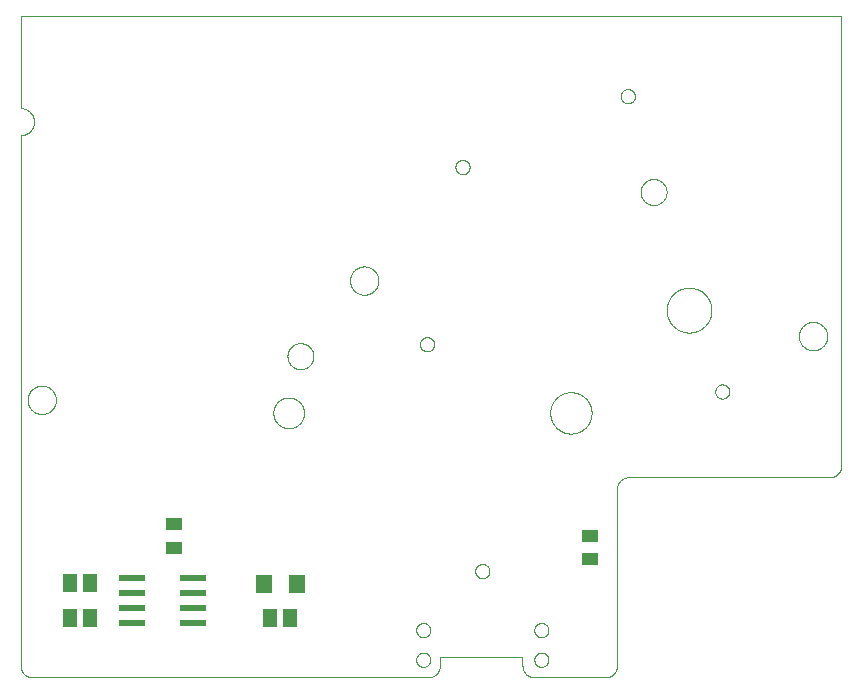
<source format=gbp>
G75*
%MOIN*%
%OFA0B0*%
%FSLAX25Y25*%
%IPPOS*%
%LPD*%
%AMOC8*
5,1,8,0,0,1.08239X$1,22.5*
%
%ADD10C,0.00000*%
%ADD11C,0.00039*%
%ADD12R,0.08661X0.02362*%
%ADD13R,0.05118X0.05906*%
%ADD14R,0.05512X0.06299*%
%ADD15R,0.05512X0.04331*%
D10*
X0020725Y0015180D02*
X0020725Y0191951D01*
X0020858Y0191953D01*
X0020991Y0191959D01*
X0021123Y0191969D01*
X0021256Y0191982D01*
X0021387Y0192000D01*
X0021519Y0192021D01*
X0021649Y0192046D01*
X0021779Y0192075D01*
X0021908Y0192108D01*
X0022035Y0192145D01*
X0022162Y0192185D01*
X0022288Y0192229D01*
X0022412Y0192277D01*
X0022534Y0192328D01*
X0022655Y0192383D01*
X0022775Y0192442D01*
X0022892Y0192503D01*
X0023008Y0192569D01*
X0023122Y0192637D01*
X0023234Y0192709D01*
X0023343Y0192785D01*
X0023451Y0192863D01*
X0023556Y0192945D01*
X0023658Y0193029D01*
X0023758Y0193117D01*
X0023856Y0193207D01*
X0023950Y0193301D01*
X0024042Y0193397D01*
X0024131Y0193496D01*
X0024217Y0193597D01*
X0024300Y0193701D01*
X0024380Y0193807D01*
X0024457Y0193915D01*
X0024531Y0194026D01*
X0024601Y0194139D01*
X0024668Y0194253D01*
X0024732Y0194370D01*
X0024792Y0194489D01*
X0024849Y0194609D01*
X0024902Y0194731D01*
X0024951Y0194854D01*
X0024997Y0194979D01*
X0025040Y0195105D01*
X0025078Y0195232D01*
X0025113Y0195361D01*
X0025144Y0195490D01*
X0025171Y0195620D01*
X0025194Y0195751D01*
X0025214Y0195882D01*
X0025229Y0196015D01*
X0025241Y0196147D01*
X0025249Y0196280D01*
X0025253Y0196413D01*
X0025253Y0196545D01*
X0025249Y0196678D01*
X0025241Y0196811D01*
X0025229Y0196943D01*
X0025214Y0197076D01*
X0025194Y0197207D01*
X0025171Y0197338D01*
X0025144Y0197468D01*
X0025113Y0197597D01*
X0025078Y0197726D01*
X0025040Y0197853D01*
X0024997Y0197979D01*
X0024951Y0198104D01*
X0024902Y0198227D01*
X0024849Y0198349D01*
X0024792Y0198469D01*
X0024732Y0198588D01*
X0024668Y0198705D01*
X0024601Y0198819D01*
X0024531Y0198932D01*
X0024457Y0199043D01*
X0024380Y0199151D01*
X0024300Y0199257D01*
X0024217Y0199361D01*
X0024131Y0199462D01*
X0024042Y0199561D01*
X0023950Y0199657D01*
X0023856Y0199751D01*
X0023758Y0199841D01*
X0023658Y0199929D01*
X0023556Y0200013D01*
X0023451Y0200095D01*
X0023343Y0200173D01*
X0023234Y0200249D01*
X0023122Y0200321D01*
X0023008Y0200389D01*
X0022892Y0200455D01*
X0022775Y0200516D01*
X0022655Y0200575D01*
X0022534Y0200630D01*
X0022412Y0200681D01*
X0022288Y0200729D01*
X0022162Y0200773D01*
X0022035Y0200813D01*
X0021908Y0200850D01*
X0021779Y0200883D01*
X0021649Y0200912D01*
X0021519Y0200937D01*
X0021387Y0200958D01*
X0021256Y0200976D01*
X0021123Y0200989D01*
X0020991Y0200999D01*
X0020858Y0201005D01*
X0020725Y0201007D01*
X0020725Y0201006D02*
X0020725Y0231715D01*
X0294347Y0231715D01*
X0294347Y0081912D01*
X0294345Y0081788D01*
X0294339Y0081665D01*
X0294330Y0081541D01*
X0294316Y0081419D01*
X0294299Y0081296D01*
X0294277Y0081174D01*
X0294252Y0081053D01*
X0294223Y0080933D01*
X0294191Y0080814D01*
X0294154Y0080695D01*
X0294114Y0080578D01*
X0294071Y0080463D01*
X0294023Y0080348D01*
X0293972Y0080236D01*
X0293918Y0080125D01*
X0293860Y0080015D01*
X0293799Y0079908D01*
X0293734Y0079802D01*
X0293666Y0079699D01*
X0293595Y0079598D01*
X0293521Y0079499D01*
X0293444Y0079402D01*
X0293363Y0079308D01*
X0293280Y0079217D01*
X0293194Y0079128D01*
X0293105Y0079042D01*
X0293014Y0078959D01*
X0292920Y0078878D01*
X0292823Y0078801D01*
X0292724Y0078727D01*
X0292623Y0078656D01*
X0292520Y0078588D01*
X0292414Y0078523D01*
X0292307Y0078462D01*
X0292197Y0078404D01*
X0292086Y0078350D01*
X0291974Y0078299D01*
X0291859Y0078251D01*
X0291744Y0078208D01*
X0291627Y0078168D01*
X0291508Y0078131D01*
X0291389Y0078099D01*
X0291269Y0078070D01*
X0291148Y0078045D01*
X0291026Y0078023D01*
X0290903Y0078006D01*
X0290781Y0077992D01*
X0290657Y0077983D01*
X0290534Y0077977D01*
X0290410Y0077975D01*
X0223481Y0077975D01*
X0223357Y0077973D01*
X0223234Y0077967D01*
X0223110Y0077958D01*
X0222988Y0077944D01*
X0222865Y0077927D01*
X0222743Y0077905D01*
X0222622Y0077880D01*
X0222502Y0077851D01*
X0222383Y0077819D01*
X0222264Y0077782D01*
X0222147Y0077742D01*
X0222032Y0077699D01*
X0221917Y0077651D01*
X0221805Y0077600D01*
X0221694Y0077546D01*
X0221584Y0077488D01*
X0221477Y0077427D01*
X0221371Y0077362D01*
X0221268Y0077294D01*
X0221167Y0077223D01*
X0221068Y0077149D01*
X0220971Y0077072D01*
X0220877Y0076991D01*
X0220786Y0076908D01*
X0220697Y0076822D01*
X0220611Y0076733D01*
X0220528Y0076642D01*
X0220447Y0076548D01*
X0220370Y0076451D01*
X0220296Y0076352D01*
X0220225Y0076251D01*
X0220157Y0076148D01*
X0220092Y0076042D01*
X0220031Y0075935D01*
X0219973Y0075825D01*
X0219919Y0075714D01*
X0219868Y0075602D01*
X0219820Y0075487D01*
X0219777Y0075372D01*
X0219737Y0075255D01*
X0219700Y0075136D01*
X0219668Y0075017D01*
X0219639Y0074897D01*
X0219614Y0074776D01*
X0219592Y0074654D01*
X0219575Y0074531D01*
X0219561Y0074409D01*
X0219552Y0074285D01*
X0219546Y0074162D01*
X0219544Y0074038D01*
X0219544Y0015180D01*
X0219542Y0015056D01*
X0219536Y0014933D01*
X0219527Y0014809D01*
X0219513Y0014687D01*
X0219496Y0014564D01*
X0219474Y0014442D01*
X0219449Y0014321D01*
X0219420Y0014201D01*
X0219388Y0014082D01*
X0219351Y0013963D01*
X0219311Y0013846D01*
X0219268Y0013731D01*
X0219220Y0013616D01*
X0219169Y0013504D01*
X0219115Y0013393D01*
X0219057Y0013283D01*
X0218996Y0013176D01*
X0218931Y0013070D01*
X0218863Y0012967D01*
X0218792Y0012866D01*
X0218718Y0012767D01*
X0218641Y0012670D01*
X0218560Y0012576D01*
X0218477Y0012485D01*
X0218391Y0012396D01*
X0218302Y0012310D01*
X0218211Y0012227D01*
X0218117Y0012146D01*
X0218020Y0012069D01*
X0217921Y0011995D01*
X0217820Y0011924D01*
X0217717Y0011856D01*
X0217611Y0011791D01*
X0217504Y0011730D01*
X0217394Y0011672D01*
X0217283Y0011618D01*
X0217171Y0011567D01*
X0217056Y0011519D01*
X0216941Y0011476D01*
X0216824Y0011436D01*
X0216705Y0011399D01*
X0216586Y0011367D01*
X0216466Y0011338D01*
X0216345Y0011313D01*
X0216223Y0011291D01*
X0216100Y0011274D01*
X0215978Y0011260D01*
X0215854Y0011251D01*
X0215731Y0011245D01*
X0215607Y0011243D01*
X0191985Y0011243D01*
X0191861Y0011245D01*
X0191738Y0011251D01*
X0191614Y0011260D01*
X0191492Y0011274D01*
X0191369Y0011291D01*
X0191247Y0011313D01*
X0191126Y0011338D01*
X0191006Y0011367D01*
X0190887Y0011399D01*
X0190768Y0011436D01*
X0190651Y0011476D01*
X0190536Y0011519D01*
X0190421Y0011567D01*
X0190309Y0011618D01*
X0190198Y0011672D01*
X0190088Y0011730D01*
X0189981Y0011791D01*
X0189875Y0011856D01*
X0189772Y0011924D01*
X0189671Y0011995D01*
X0189572Y0012069D01*
X0189475Y0012146D01*
X0189381Y0012227D01*
X0189290Y0012310D01*
X0189201Y0012396D01*
X0189115Y0012485D01*
X0189032Y0012576D01*
X0188951Y0012670D01*
X0188874Y0012767D01*
X0188800Y0012866D01*
X0188729Y0012967D01*
X0188661Y0013070D01*
X0188596Y0013176D01*
X0188535Y0013283D01*
X0188477Y0013393D01*
X0188423Y0013504D01*
X0188372Y0013616D01*
X0188324Y0013731D01*
X0188281Y0013846D01*
X0188241Y0013963D01*
X0188204Y0014082D01*
X0188172Y0014201D01*
X0188143Y0014321D01*
X0188118Y0014442D01*
X0188096Y0014564D01*
X0188079Y0014687D01*
X0188065Y0014809D01*
X0188056Y0014933D01*
X0188050Y0015056D01*
X0188048Y0015180D01*
X0188048Y0018132D01*
X0160489Y0018132D01*
X0160489Y0015180D01*
X0160487Y0015056D01*
X0160481Y0014933D01*
X0160472Y0014809D01*
X0160458Y0014687D01*
X0160441Y0014564D01*
X0160419Y0014442D01*
X0160394Y0014321D01*
X0160365Y0014201D01*
X0160333Y0014082D01*
X0160296Y0013963D01*
X0160256Y0013846D01*
X0160213Y0013731D01*
X0160165Y0013616D01*
X0160114Y0013504D01*
X0160060Y0013393D01*
X0160002Y0013283D01*
X0159941Y0013176D01*
X0159876Y0013070D01*
X0159808Y0012967D01*
X0159737Y0012866D01*
X0159663Y0012767D01*
X0159586Y0012670D01*
X0159505Y0012576D01*
X0159422Y0012485D01*
X0159336Y0012396D01*
X0159247Y0012310D01*
X0159156Y0012227D01*
X0159062Y0012146D01*
X0158965Y0012069D01*
X0158866Y0011995D01*
X0158765Y0011924D01*
X0158662Y0011856D01*
X0158556Y0011791D01*
X0158449Y0011730D01*
X0158339Y0011672D01*
X0158228Y0011618D01*
X0158116Y0011567D01*
X0158001Y0011519D01*
X0157886Y0011476D01*
X0157769Y0011436D01*
X0157650Y0011399D01*
X0157531Y0011367D01*
X0157411Y0011338D01*
X0157290Y0011313D01*
X0157168Y0011291D01*
X0157045Y0011274D01*
X0156923Y0011260D01*
X0156799Y0011251D01*
X0156676Y0011245D01*
X0156552Y0011243D01*
X0024662Y0011243D01*
X0024538Y0011245D01*
X0024415Y0011251D01*
X0024291Y0011260D01*
X0024169Y0011274D01*
X0024046Y0011291D01*
X0023924Y0011313D01*
X0023803Y0011338D01*
X0023683Y0011367D01*
X0023564Y0011399D01*
X0023445Y0011436D01*
X0023328Y0011476D01*
X0023213Y0011519D01*
X0023098Y0011567D01*
X0022986Y0011618D01*
X0022875Y0011672D01*
X0022765Y0011730D01*
X0022658Y0011791D01*
X0022552Y0011856D01*
X0022449Y0011924D01*
X0022348Y0011995D01*
X0022249Y0012069D01*
X0022152Y0012146D01*
X0022058Y0012227D01*
X0021967Y0012310D01*
X0021878Y0012396D01*
X0021792Y0012485D01*
X0021709Y0012576D01*
X0021628Y0012670D01*
X0021551Y0012767D01*
X0021477Y0012866D01*
X0021406Y0012967D01*
X0021338Y0013070D01*
X0021273Y0013176D01*
X0021212Y0013283D01*
X0021154Y0013393D01*
X0021100Y0013504D01*
X0021049Y0013616D01*
X0021001Y0013731D01*
X0020958Y0013846D01*
X0020918Y0013963D01*
X0020881Y0014082D01*
X0020849Y0014201D01*
X0020820Y0014321D01*
X0020795Y0014442D01*
X0020773Y0014564D01*
X0020756Y0014687D01*
X0020742Y0014809D01*
X0020733Y0014933D01*
X0020727Y0015056D01*
X0020725Y0015180D01*
X0152615Y0017148D02*
X0152617Y0017245D01*
X0152623Y0017342D01*
X0152633Y0017438D01*
X0152647Y0017534D01*
X0152665Y0017630D01*
X0152686Y0017724D01*
X0152712Y0017818D01*
X0152741Y0017910D01*
X0152775Y0018001D01*
X0152811Y0018091D01*
X0152852Y0018179D01*
X0152896Y0018265D01*
X0152944Y0018350D01*
X0152995Y0018432D01*
X0153049Y0018513D01*
X0153107Y0018591D01*
X0153168Y0018666D01*
X0153231Y0018739D01*
X0153298Y0018810D01*
X0153368Y0018877D01*
X0153440Y0018942D01*
X0153515Y0019003D01*
X0153593Y0019062D01*
X0153672Y0019117D01*
X0153754Y0019169D01*
X0153838Y0019217D01*
X0153924Y0019262D01*
X0154012Y0019304D01*
X0154101Y0019342D01*
X0154192Y0019376D01*
X0154284Y0019406D01*
X0154377Y0019433D01*
X0154472Y0019455D01*
X0154567Y0019474D01*
X0154663Y0019489D01*
X0154759Y0019500D01*
X0154856Y0019507D01*
X0154953Y0019510D01*
X0155050Y0019509D01*
X0155147Y0019504D01*
X0155243Y0019495D01*
X0155339Y0019482D01*
X0155435Y0019465D01*
X0155530Y0019444D01*
X0155623Y0019420D01*
X0155716Y0019391D01*
X0155808Y0019359D01*
X0155898Y0019323D01*
X0155986Y0019284D01*
X0156073Y0019240D01*
X0156158Y0019194D01*
X0156241Y0019143D01*
X0156322Y0019090D01*
X0156400Y0019033D01*
X0156477Y0018973D01*
X0156550Y0018910D01*
X0156621Y0018844D01*
X0156689Y0018775D01*
X0156755Y0018703D01*
X0156817Y0018629D01*
X0156876Y0018552D01*
X0156932Y0018473D01*
X0156985Y0018391D01*
X0157035Y0018308D01*
X0157080Y0018222D01*
X0157123Y0018135D01*
X0157162Y0018046D01*
X0157197Y0017956D01*
X0157228Y0017864D01*
X0157255Y0017771D01*
X0157279Y0017677D01*
X0157299Y0017582D01*
X0157315Y0017486D01*
X0157327Y0017390D01*
X0157335Y0017293D01*
X0157339Y0017196D01*
X0157339Y0017100D01*
X0157335Y0017003D01*
X0157327Y0016906D01*
X0157315Y0016810D01*
X0157299Y0016714D01*
X0157279Y0016619D01*
X0157255Y0016525D01*
X0157228Y0016432D01*
X0157197Y0016340D01*
X0157162Y0016250D01*
X0157123Y0016161D01*
X0157080Y0016074D01*
X0157035Y0015988D01*
X0156985Y0015905D01*
X0156932Y0015823D01*
X0156876Y0015744D01*
X0156817Y0015667D01*
X0156755Y0015593D01*
X0156689Y0015521D01*
X0156621Y0015452D01*
X0156550Y0015386D01*
X0156477Y0015323D01*
X0156400Y0015263D01*
X0156322Y0015206D01*
X0156241Y0015153D01*
X0156158Y0015102D01*
X0156073Y0015056D01*
X0155986Y0015012D01*
X0155898Y0014973D01*
X0155808Y0014937D01*
X0155716Y0014905D01*
X0155623Y0014876D01*
X0155530Y0014852D01*
X0155435Y0014831D01*
X0155339Y0014814D01*
X0155243Y0014801D01*
X0155147Y0014792D01*
X0155050Y0014787D01*
X0154953Y0014786D01*
X0154856Y0014789D01*
X0154759Y0014796D01*
X0154663Y0014807D01*
X0154567Y0014822D01*
X0154472Y0014841D01*
X0154377Y0014863D01*
X0154284Y0014890D01*
X0154192Y0014920D01*
X0154101Y0014954D01*
X0154012Y0014992D01*
X0153924Y0015034D01*
X0153838Y0015079D01*
X0153754Y0015127D01*
X0153672Y0015179D01*
X0153593Y0015234D01*
X0153515Y0015293D01*
X0153440Y0015354D01*
X0153368Y0015419D01*
X0153298Y0015486D01*
X0153231Y0015557D01*
X0153168Y0015630D01*
X0153107Y0015705D01*
X0153049Y0015783D01*
X0152995Y0015864D01*
X0152944Y0015946D01*
X0152896Y0016031D01*
X0152852Y0016117D01*
X0152811Y0016205D01*
X0152775Y0016295D01*
X0152741Y0016386D01*
X0152712Y0016478D01*
X0152686Y0016572D01*
X0152665Y0016666D01*
X0152647Y0016762D01*
X0152633Y0016858D01*
X0152623Y0016954D01*
X0152617Y0017051D01*
X0152615Y0017148D01*
X0152615Y0026991D02*
X0152617Y0027088D01*
X0152623Y0027185D01*
X0152633Y0027281D01*
X0152647Y0027377D01*
X0152665Y0027473D01*
X0152686Y0027567D01*
X0152712Y0027661D01*
X0152741Y0027753D01*
X0152775Y0027844D01*
X0152811Y0027934D01*
X0152852Y0028022D01*
X0152896Y0028108D01*
X0152944Y0028193D01*
X0152995Y0028275D01*
X0153049Y0028356D01*
X0153107Y0028434D01*
X0153168Y0028509D01*
X0153231Y0028582D01*
X0153298Y0028653D01*
X0153368Y0028720D01*
X0153440Y0028785D01*
X0153515Y0028846D01*
X0153593Y0028905D01*
X0153672Y0028960D01*
X0153754Y0029012D01*
X0153838Y0029060D01*
X0153924Y0029105D01*
X0154012Y0029147D01*
X0154101Y0029185D01*
X0154192Y0029219D01*
X0154284Y0029249D01*
X0154377Y0029276D01*
X0154472Y0029298D01*
X0154567Y0029317D01*
X0154663Y0029332D01*
X0154759Y0029343D01*
X0154856Y0029350D01*
X0154953Y0029353D01*
X0155050Y0029352D01*
X0155147Y0029347D01*
X0155243Y0029338D01*
X0155339Y0029325D01*
X0155435Y0029308D01*
X0155530Y0029287D01*
X0155623Y0029263D01*
X0155716Y0029234D01*
X0155808Y0029202D01*
X0155898Y0029166D01*
X0155986Y0029127D01*
X0156073Y0029083D01*
X0156158Y0029037D01*
X0156241Y0028986D01*
X0156322Y0028933D01*
X0156400Y0028876D01*
X0156477Y0028816D01*
X0156550Y0028753D01*
X0156621Y0028687D01*
X0156689Y0028618D01*
X0156755Y0028546D01*
X0156817Y0028472D01*
X0156876Y0028395D01*
X0156932Y0028316D01*
X0156985Y0028234D01*
X0157035Y0028151D01*
X0157080Y0028065D01*
X0157123Y0027978D01*
X0157162Y0027889D01*
X0157197Y0027799D01*
X0157228Y0027707D01*
X0157255Y0027614D01*
X0157279Y0027520D01*
X0157299Y0027425D01*
X0157315Y0027329D01*
X0157327Y0027233D01*
X0157335Y0027136D01*
X0157339Y0027039D01*
X0157339Y0026943D01*
X0157335Y0026846D01*
X0157327Y0026749D01*
X0157315Y0026653D01*
X0157299Y0026557D01*
X0157279Y0026462D01*
X0157255Y0026368D01*
X0157228Y0026275D01*
X0157197Y0026183D01*
X0157162Y0026093D01*
X0157123Y0026004D01*
X0157080Y0025917D01*
X0157035Y0025831D01*
X0156985Y0025748D01*
X0156932Y0025666D01*
X0156876Y0025587D01*
X0156817Y0025510D01*
X0156755Y0025436D01*
X0156689Y0025364D01*
X0156621Y0025295D01*
X0156550Y0025229D01*
X0156477Y0025166D01*
X0156400Y0025106D01*
X0156322Y0025049D01*
X0156241Y0024996D01*
X0156158Y0024945D01*
X0156073Y0024899D01*
X0155986Y0024855D01*
X0155898Y0024816D01*
X0155808Y0024780D01*
X0155716Y0024748D01*
X0155623Y0024719D01*
X0155530Y0024695D01*
X0155435Y0024674D01*
X0155339Y0024657D01*
X0155243Y0024644D01*
X0155147Y0024635D01*
X0155050Y0024630D01*
X0154953Y0024629D01*
X0154856Y0024632D01*
X0154759Y0024639D01*
X0154663Y0024650D01*
X0154567Y0024665D01*
X0154472Y0024684D01*
X0154377Y0024706D01*
X0154284Y0024733D01*
X0154192Y0024763D01*
X0154101Y0024797D01*
X0154012Y0024835D01*
X0153924Y0024877D01*
X0153838Y0024922D01*
X0153754Y0024970D01*
X0153672Y0025022D01*
X0153593Y0025077D01*
X0153515Y0025136D01*
X0153440Y0025197D01*
X0153368Y0025262D01*
X0153298Y0025329D01*
X0153231Y0025400D01*
X0153168Y0025473D01*
X0153107Y0025548D01*
X0153049Y0025626D01*
X0152995Y0025707D01*
X0152944Y0025789D01*
X0152896Y0025874D01*
X0152852Y0025960D01*
X0152811Y0026048D01*
X0152775Y0026138D01*
X0152741Y0026229D01*
X0152712Y0026321D01*
X0152686Y0026415D01*
X0152665Y0026509D01*
X0152647Y0026605D01*
X0152633Y0026701D01*
X0152623Y0026797D01*
X0152617Y0026894D01*
X0152615Y0026991D01*
X0172300Y0046676D02*
X0172302Y0046773D01*
X0172308Y0046870D01*
X0172318Y0046966D01*
X0172332Y0047062D01*
X0172350Y0047158D01*
X0172371Y0047252D01*
X0172397Y0047346D01*
X0172426Y0047438D01*
X0172460Y0047529D01*
X0172496Y0047619D01*
X0172537Y0047707D01*
X0172581Y0047793D01*
X0172629Y0047878D01*
X0172680Y0047960D01*
X0172734Y0048041D01*
X0172792Y0048119D01*
X0172853Y0048194D01*
X0172916Y0048267D01*
X0172983Y0048338D01*
X0173053Y0048405D01*
X0173125Y0048470D01*
X0173200Y0048531D01*
X0173278Y0048590D01*
X0173357Y0048645D01*
X0173439Y0048697D01*
X0173523Y0048745D01*
X0173609Y0048790D01*
X0173697Y0048832D01*
X0173786Y0048870D01*
X0173877Y0048904D01*
X0173969Y0048934D01*
X0174062Y0048961D01*
X0174157Y0048983D01*
X0174252Y0049002D01*
X0174348Y0049017D01*
X0174444Y0049028D01*
X0174541Y0049035D01*
X0174638Y0049038D01*
X0174735Y0049037D01*
X0174832Y0049032D01*
X0174928Y0049023D01*
X0175024Y0049010D01*
X0175120Y0048993D01*
X0175215Y0048972D01*
X0175308Y0048948D01*
X0175401Y0048919D01*
X0175493Y0048887D01*
X0175583Y0048851D01*
X0175671Y0048812D01*
X0175758Y0048768D01*
X0175843Y0048722D01*
X0175926Y0048671D01*
X0176007Y0048618D01*
X0176085Y0048561D01*
X0176162Y0048501D01*
X0176235Y0048438D01*
X0176306Y0048372D01*
X0176374Y0048303D01*
X0176440Y0048231D01*
X0176502Y0048157D01*
X0176561Y0048080D01*
X0176617Y0048001D01*
X0176670Y0047919D01*
X0176720Y0047836D01*
X0176765Y0047750D01*
X0176808Y0047663D01*
X0176847Y0047574D01*
X0176882Y0047484D01*
X0176913Y0047392D01*
X0176940Y0047299D01*
X0176964Y0047205D01*
X0176984Y0047110D01*
X0177000Y0047014D01*
X0177012Y0046918D01*
X0177020Y0046821D01*
X0177024Y0046724D01*
X0177024Y0046628D01*
X0177020Y0046531D01*
X0177012Y0046434D01*
X0177000Y0046338D01*
X0176984Y0046242D01*
X0176964Y0046147D01*
X0176940Y0046053D01*
X0176913Y0045960D01*
X0176882Y0045868D01*
X0176847Y0045778D01*
X0176808Y0045689D01*
X0176765Y0045602D01*
X0176720Y0045516D01*
X0176670Y0045433D01*
X0176617Y0045351D01*
X0176561Y0045272D01*
X0176502Y0045195D01*
X0176440Y0045121D01*
X0176374Y0045049D01*
X0176306Y0044980D01*
X0176235Y0044914D01*
X0176162Y0044851D01*
X0176085Y0044791D01*
X0176007Y0044734D01*
X0175926Y0044681D01*
X0175843Y0044630D01*
X0175758Y0044584D01*
X0175671Y0044540D01*
X0175583Y0044501D01*
X0175493Y0044465D01*
X0175401Y0044433D01*
X0175308Y0044404D01*
X0175215Y0044380D01*
X0175120Y0044359D01*
X0175024Y0044342D01*
X0174928Y0044329D01*
X0174832Y0044320D01*
X0174735Y0044315D01*
X0174638Y0044314D01*
X0174541Y0044317D01*
X0174444Y0044324D01*
X0174348Y0044335D01*
X0174252Y0044350D01*
X0174157Y0044369D01*
X0174062Y0044391D01*
X0173969Y0044418D01*
X0173877Y0044448D01*
X0173786Y0044482D01*
X0173697Y0044520D01*
X0173609Y0044562D01*
X0173523Y0044607D01*
X0173439Y0044655D01*
X0173357Y0044707D01*
X0173278Y0044762D01*
X0173200Y0044821D01*
X0173125Y0044882D01*
X0173053Y0044947D01*
X0172983Y0045014D01*
X0172916Y0045085D01*
X0172853Y0045158D01*
X0172792Y0045233D01*
X0172734Y0045311D01*
X0172680Y0045392D01*
X0172629Y0045474D01*
X0172581Y0045559D01*
X0172537Y0045645D01*
X0172496Y0045733D01*
X0172460Y0045823D01*
X0172426Y0045914D01*
X0172397Y0046006D01*
X0172371Y0046100D01*
X0172350Y0046194D01*
X0172332Y0046290D01*
X0172318Y0046386D01*
X0172308Y0046482D01*
X0172302Y0046579D01*
X0172300Y0046676D01*
X0191985Y0026991D02*
X0191987Y0027088D01*
X0191993Y0027185D01*
X0192003Y0027281D01*
X0192017Y0027377D01*
X0192035Y0027473D01*
X0192056Y0027567D01*
X0192082Y0027661D01*
X0192111Y0027753D01*
X0192145Y0027844D01*
X0192181Y0027934D01*
X0192222Y0028022D01*
X0192266Y0028108D01*
X0192314Y0028193D01*
X0192365Y0028275D01*
X0192419Y0028356D01*
X0192477Y0028434D01*
X0192538Y0028509D01*
X0192601Y0028582D01*
X0192668Y0028653D01*
X0192738Y0028720D01*
X0192810Y0028785D01*
X0192885Y0028846D01*
X0192963Y0028905D01*
X0193042Y0028960D01*
X0193124Y0029012D01*
X0193208Y0029060D01*
X0193294Y0029105D01*
X0193382Y0029147D01*
X0193471Y0029185D01*
X0193562Y0029219D01*
X0193654Y0029249D01*
X0193747Y0029276D01*
X0193842Y0029298D01*
X0193937Y0029317D01*
X0194033Y0029332D01*
X0194129Y0029343D01*
X0194226Y0029350D01*
X0194323Y0029353D01*
X0194420Y0029352D01*
X0194517Y0029347D01*
X0194613Y0029338D01*
X0194709Y0029325D01*
X0194805Y0029308D01*
X0194900Y0029287D01*
X0194993Y0029263D01*
X0195086Y0029234D01*
X0195178Y0029202D01*
X0195268Y0029166D01*
X0195356Y0029127D01*
X0195443Y0029083D01*
X0195528Y0029037D01*
X0195611Y0028986D01*
X0195692Y0028933D01*
X0195770Y0028876D01*
X0195847Y0028816D01*
X0195920Y0028753D01*
X0195991Y0028687D01*
X0196059Y0028618D01*
X0196125Y0028546D01*
X0196187Y0028472D01*
X0196246Y0028395D01*
X0196302Y0028316D01*
X0196355Y0028234D01*
X0196405Y0028151D01*
X0196450Y0028065D01*
X0196493Y0027978D01*
X0196532Y0027889D01*
X0196567Y0027799D01*
X0196598Y0027707D01*
X0196625Y0027614D01*
X0196649Y0027520D01*
X0196669Y0027425D01*
X0196685Y0027329D01*
X0196697Y0027233D01*
X0196705Y0027136D01*
X0196709Y0027039D01*
X0196709Y0026943D01*
X0196705Y0026846D01*
X0196697Y0026749D01*
X0196685Y0026653D01*
X0196669Y0026557D01*
X0196649Y0026462D01*
X0196625Y0026368D01*
X0196598Y0026275D01*
X0196567Y0026183D01*
X0196532Y0026093D01*
X0196493Y0026004D01*
X0196450Y0025917D01*
X0196405Y0025831D01*
X0196355Y0025748D01*
X0196302Y0025666D01*
X0196246Y0025587D01*
X0196187Y0025510D01*
X0196125Y0025436D01*
X0196059Y0025364D01*
X0195991Y0025295D01*
X0195920Y0025229D01*
X0195847Y0025166D01*
X0195770Y0025106D01*
X0195692Y0025049D01*
X0195611Y0024996D01*
X0195528Y0024945D01*
X0195443Y0024899D01*
X0195356Y0024855D01*
X0195268Y0024816D01*
X0195178Y0024780D01*
X0195086Y0024748D01*
X0194993Y0024719D01*
X0194900Y0024695D01*
X0194805Y0024674D01*
X0194709Y0024657D01*
X0194613Y0024644D01*
X0194517Y0024635D01*
X0194420Y0024630D01*
X0194323Y0024629D01*
X0194226Y0024632D01*
X0194129Y0024639D01*
X0194033Y0024650D01*
X0193937Y0024665D01*
X0193842Y0024684D01*
X0193747Y0024706D01*
X0193654Y0024733D01*
X0193562Y0024763D01*
X0193471Y0024797D01*
X0193382Y0024835D01*
X0193294Y0024877D01*
X0193208Y0024922D01*
X0193124Y0024970D01*
X0193042Y0025022D01*
X0192963Y0025077D01*
X0192885Y0025136D01*
X0192810Y0025197D01*
X0192738Y0025262D01*
X0192668Y0025329D01*
X0192601Y0025400D01*
X0192538Y0025473D01*
X0192477Y0025548D01*
X0192419Y0025626D01*
X0192365Y0025707D01*
X0192314Y0025789D01*
X0192266Y0025874D01*
X0192222Y0025960D01*
X0192181Y0026048D01*
X0192145Y0026138D01*
X0192111Y0026229D01*
X0192082Y0026321D01*
X0192056Y0026415D01*
X0192035Y0026509D01*
X0192017Y0026605D01*
X0192003Y0026701D01*
X0191993Y0026797D01*
X0191987Y0026894D01*
X0191985Y0026991D01*
X0191985Y0017148D02*
X0191987Y0017245D01*
X0191993Y0017342D01*
X0192003Y0017438D01*
X0192017Y0017534D01*
X0192035Y0017630D01*
X0192056Y0017724D01*
X0192082Y0017818D01*
X0192111Y0017910D01*
X0192145Y0018001D01*
X0192181Y0018091D01*
X0192222Y0018179D01*
X0192266Y0018265D01*
X0192314Y0018350D01*
X0192365Y0018432D01*
X0192419Y0018513D01*
X0192477Y0018591D01*
X0192538Y0018666D01*
X0192601Y0018739D01*
X0192668Y0018810D01*
X0192738Y0018877D01*
X0192810Y0018942D01*
X0192885Y0019003D01*
X0192963Y0019062D01*
X0193042Y0019117D01*
X0193124Y0019169D01*
X0193208Y0019217D01*
X0193294Y0019262D01*
X0193382Y0019304D01*
X0193471Y0019342D01*
X0193562Y0019376D01*
X0193654Y0019406D01*
X0193747Y0019433D01*
X0193842Y0019455D01*
X0193937Y0019474D01*
X0194033Y0019489D01*
X0194129Y0019500D01*
X0194226Y0019507D01*
X0194323Y0019510D01*
X0194420Y0019509D01*
X0194517Y0019504D01*
X0194613Y0019495D01*
X0194709Y0019482D01*
X0194805Y0019465D01*
X0194900Y0019444D01*
X0194993Y0019420D01*
X0195086Y0019391D01*
X0195178Y0019359D01*
X0195268Y0019323D01*
X0195356Y0019284D01*
X0195443Y0019240D01*
X0195528Y0019194D01*
X0195611Y0019143D01*
X0195692Y0019090D01*
X0195770Y0019033D01*
X0195847Y0018973D01*
X0195920Y0018910D01*
X0195991Y0018844D01*
X0196059Y0018775D01*
X0196125Y0018703D01*
X0196187Y0018629D01*
X0196246Y0018552D01*
X0196302Y0018473D01*
X0196355Y0018391D01*
X0196405Y0018308D01*
X0196450Y0018222D01*
X0196493Y0018135D01*
X0196532Y0018046D01*
X0196567Y0017956D01*
X0196598Y0017864D01*
X0196625Y0017771D01*
X0196649Y0017677D01*
X0196669Y0017582D01*
X0196685Y0017486D01*
X0196697Y0017390D01*
X0196705Y0017293D01*
X0196709Y0017196D01*
X0196709Y0017100D01*
X0196705Y0017003D01*
X0196697Y0016906D01*
X0196685Y0016810D01*
X0196669Y0016714D01*
X0196649Y0016619D01*
X0196625Y0016525D01*
X0196598Y0016432D01*
X0196567Y0016340D01*
X0196532Y0016250D01*
X0196493Y0016161D01*
X0196450Y0016074D01*
X0196405Y0015988D01*
X0196355Y0015905D01*
X0196302Y0015823D01*
X0196246Y0015744D01*
X0196187Y0015667D01*
X0196125Y0015593D01*
X0196059Y0015521D01*
X0195991Y0015452D01*
X0195920Y0015386D01*
X0195847Y0015323D01*
X0195770Y0015263D01*
X0195692Y0015206D01*
X0195611Y0015153D01*
X0195528Y0015102D01*
X0195443Y0015056D01*
X0195356Y0015012D01*
X0195268Y0014973D01*
X0195178Y0014937D01*
X0195086Y0014905D01*
X0194993Y0014876D01*
X0194900Y0014852D01*
X0194805Y0014831D01*
X0194709Y0014814D01*
X0194613Y0014801D01*
X0194517Y0014792D01*
X0194420Y0014787D01*
X0194323Y0014786D01*
X0194226Y0014789D01*
X0194129Y0014796D01*
X0194033Y0014807D01*
X0193937Y0014822D01*
X0193842Y0014841D01*
X0193747Y0014863D01*
X0193654Y0014890D01*
X0193562Y0014920D01*
X0193471Y0014954D01*
X0193382Y0014992D01*
X0193294Y0015034D01*
X0193208Y0015079D01*
X0193124Y0015127D01*
X0193042Y0015179D01*
X0192963Y0015234D01*
X0192885Y0015293D01*
X0192810Y0015354D01*
X0192738Y0015419D01*
X0192668Y0015486D01*
X0192601Y0015557D01*
X0192538Y0015630D01*
X0192477Y0015705D01*
X0192419Y0015783D01*
X0192365Y0015864D01*
X0192314Y0015946D01*
X0192266Y0016031D01*
X0192222Y0016117D01*
X0192181Y0016205D01*
X0192145Y0016295D01*
X0192111Y0016386D01*
X0192082Y0016478D01*
X0192056Y0016572D01*
X0192035Y0016666D01*
X0192017Y0016762D01*
X0192003Y0016858D01*
X0191993Y0016954D01*
X0191987Y0017051D01*
X0191985Y0017148D01*
X0153875Y0122306D02*
X0153877Y0122403D01*
X0153883Y0122500D01*
X0153893Y0122596D01*
X0153907Y0122692D01*
X0153925Y0122788D01*
X0153946Y0122882D01*
X0153972Y0122976D01*
X0154001Y0123068D01*
X0154035Y0123159D01*
X0154071Y0123249D01*
X0154112Y0123337D01*
X0154156Y0123423D01*
X0154204Y0123508D01*
X0154255Y0123590D01*
X0154309Y0123671D01*
X0154367Y0123749D01*
X0154428Y0123824D01*
X0154491Y0123897D01*
X0154558Y0123968D01*
X0154628Y0124035D01*
X0154700Y0124100D01*
X0154775Y0124161D01*
X0154853Y0124220D01*
X0154932Y0124275D01*
X0155014Y0124327D01*
X0155098Y0124375D01*
X0155184Y0124420D01*
X0155272Y0124462D01*
X0155361Y0124500D01*
X0155452Y0124534D01*
X0155544Y0124564D01*
X0155637Y0124591D01*
X0155732Y0124613D01*
X0155827Y0124632D01*
X0155923Y0124647D01*
X0156019Y0124658D01*
X0156116Y0124665D01*
X0156213Y0124668D01*
X0156310Y0124667D01*
X0156407Y0124662D01*
X0156503Y0124653D01*
X0156599Y0124640D01*
X0156695Y0124623D01*
X0156790Y0124602D01*
X0156883Y0124578D01*
X0156976Y0124549D01*
X0157068Y0124517D01*
X0157158Y0124481D01*
X0157246Y0124442D01*
X0157333Y0124398D01*
X0157418Y0124352D01*
X0157501Y0124301D01*
X0157582Y0124248D01*
X0157660Y0124191D01*
X0157737Y0124131D01*
X0157810Y0124068D01*
X0157881Y0124002D01*
X0157949Y0123933D01*
X0158015Y0123861D01*
X0158077Y0123787D01*
X0158136Y0123710D01*
X0158192Y0123631D01*
X0158245Y0123549D01*
X0158295Y0123466D01*
X0158340Y0123380D01*
X0158383Y0123293D01*
X0158422Y0123204D01*
X0158457Y0123114D01*
X0158488Y0123022D01*
X0158515Y0122929D01*
X0158539Y0122835D01*
X0158559Y0122740D01*
X0158575Y0122644D01*
X0158587Y0122548D01*
X0158595Y0122451D01*
X0158599Y0122354D01*
X0158599Y0122258D01*
X0158595Y0122161D01*
X0158587Y0122064D01*
X0158575Y0121968D01*
X0158559Y0121872D01*
X0158539Y0121777D01*
X0158515Y0121683D01*
X0158488Y0121590D01*
X0158457Y0121498D01*
X0158422Y0121408D01*
X0158383Y0121319D01*
X0158340Y0121232D01*
X0158295Y0121146D01*
X0158245Y0121063D01*
X0158192Y0120981D01*
X0158136Y0120902D01*
X0158077Y0120825D01*
X0158015Y0120751D01*
X0157949Y0120679D01*
X0157881Y0120610D01*
X0157810Y0120544D01*
X0157737Y0120481D01*
X0157660Y0120421D01*
X0157582Y0120364D01*
X0157501Y0120311D01*
X0157418Y0120260D01*
X0157333Y0120214D01*
X0157246Y0120170D01*
X0157158Y0120131D01*
X0157068Y0120095D01*
X0156976Y0120063D01*
X0156883Y0120034D01*
X0156790Y0120010D01*
X0156695Y0119989D01*
X0156599Y0119972D01*
X0156503Y0119959D01*
X0156407Y0119950D01*
X0156310Y0119945D01*
X0156213Y0119944D01*
X0156116Y0119947D01*
X0156019Y0119954D01*
X0155923Y0119965D01*
X0155827Y0119980D01*
X0155732Y0119999D01*
X0155637Y0120021D01*
X0155544Y0120048D01*
X0155452Y0120078D01*
X0155361Y0120112D01*
X0155272Y0120150D01*
X0155184Y0120192D01*
X0155098Y0120237D01*
X0155014Y0120285D01*
X0154932Y0120337D01*
X0154853Y0120392D01*
X0154775Y0120451D01*
X0154700Y0120512D01*
X0154628Y0120577D01*
X0154558Y0120644D01*
X0154491Y0120715D01*
X0154428Y0120788D01*
X0154367Y0120863D01*
X0154309Y0120941D01*
X0154255Y0121022D01*
X0154204Y0121104D01*
X0154156Y0121189D01*
X0154112Y0121275D01*
X0154071Y0121363D01*
X0154035Y0121453D01*
X0154001Y0121544D01*
X0153972Y0121636D01*
X0153946Y0121730D01*
X0153925Y0121824D01*
X0153907Y0121920D01*
X0153893Y0122016D01*
X0153883Y0122112D01*
X0153877Y0122209D01*
X0153875Y0122306D01*
X0165686Y0181361D02*
X0165688Y0181458D01*
X0165694Y0181555D01*
X0165704Y0181651D01*
X0165718Y0181747D01*
X0165736Y0181843D01*
X0165757Y0181937D01*
X0165783Y0182031D01*
X0165812Y0182123D01*
X0165846Y0182214D01*
X0165882Y0182304D01*
X0165923Y0182392D01*
X0165967Y0182478D01*
X0166015Y0182563D01*
X0166066Y0182645D01*
X0166120Y0182726D01*
X0166178Y0182804D01*
X0166239Y0182879D01*
X0166302Y0182952D01*
X0166369Y0183023D01*
X0166439Y0183090D01*
X0166511Y0183155D01*
X0166586Y0183216D01*
X0166664Y0183275D01*
X0166743Y0183330D01*
X0166825Y0183382D01*
X0166909Y0183430D01*
X0166995Y0183475D01*
X0167083Y0183517D01*
X0167172Y0183555D01*
X0167263Y0183589D01*
X0167355Y0183619D01*
X0167448Y0183646D01*
X0167543Y0183668D01*
X0167638Y0183687D01*
X0167734Y0183702D01*
X0167830Y0183713D01*
X0167927Y0183720D01*
X0168024Y0183723D01*
X0168121Y0183722D01*
X0168218Y0183717D01*
X0168314Y0183708D01*
X0168410Y0183695D01*
X0168506Y0183678D01*
X0168601Y0183657D01*
X0168694Y0183633D01*
X0168787Y0183604D01*
X0168879Y0183572D01*
X0168969Y0183536D01*
X0169057Y0183497D01*
X0169144Y0183453D01*
X0169229Y0183407D01*
X0169312Y0183356D01*
X0169393Y0183303D01*
X0169471Y0183246D01*
X0169548Y0183186D01*
X0169621Y0183123D01*
X0169692Y0183057D01*
X0169760Y0182988D01*
X0169826Y0182916D01*
X0169888Y0182842D01*
X0169947Y0182765D01*
X0170003Y0182686D01*
X0170056Y0182604D01*
X0170106Y0182521D01*
X0170151Y0182435D01*
X0170194Y0182348D01*
X0170233Y0182259D01*
X0170268Y0182169D01*
X0170299Y0182077D01*
X0170326Y0181984D01*
X0170350Y0181890D01*
X0170370Y0181795D01*
X0170386Y0181699D01*
X0170398Y0181603D01*
X0170406Y0181506D01*
X0170410Y0181409D01*
X0170410Y0181313D01*
X0170406Y0181216D01*
X0170398Y0181119D01*
X0170386Y0181023D01*
X0170370Y0180927D01*
X0170350Y0180832D01*
X0170326Y0180738D01*
X0170299Y0180645D01*
X0170268Y0180553D01*
X0170233Y0180463D01*
X0170194Y0180374D01*
X0170151Y0180287D01*
X0170106Y0180201D01*
X0170056Y0180118D01*
X0170003Y0180036D01*
X0169947Y0179957D01*
X0169888Y0179880D01*
X0169826Y0179806D01*
X0169760Y0179734D01*
X0169692Y0179665D01*
X0169621Y0179599D01*
X0169548Y0179536D01*
X0169471Y0179476D01*
X0169393Y0179419D01*
X0169312Y0179366D01*
X0169229Y0179315D01*
X0169144Y0179269D01*
X0169057Y0179225D01*
X0168969Y0179186D01*
X0168879Y0179150D01*
X0168787Y0179118D01*
X0168694Y0179089D01*
X0168601Y0179065D01*
X0168506Y0179044D01*
X0168410Y0179027D01*
X0168314Y0179014D01*
X0168218Y0179005D01*
X0168121Y0179000D01*
X0168024Y0178999D01*
X0167927Y0179002D01*
X0167830Y0179009D01*
X0167734Y0179020D01*
X0167638Y0179035D01*
X0167543Y0179054D01*
X0167448Y0179076D01*
X0167355Y0179103D01*
X0167263Y0179133D01*
X0167172Y0179167D01*
X0167083Y0179205D01*
X0166995Y0179247D01*
X0166909Y0179292D01*
X0166825Y0179340D01*
X0166743Y0179392D01*
X0166664Y0179447D01*
X0166586Y0179506D01*
X0166511Y0179567D01*
X0166439Y0179632D01*
X0166369Y0179699D01*
X0166302Y0179770D01*
X0166239Y0179843D01*
X0166178Y0179918D01*
X0166120Y0179996D01*
X0166066Y0180077D01*
X0166015Y0180159D01*
X0165967Y0180244D01*
X0165923Y0180330D01*
X0165882Y0180418D01*
X0165846Y0180508D01*
X0165812Y0180599D01*
X0165783Y0180691D01*
X0165757Y0180785D01*
X0165736Y0180879D01*
X0165718Y0180975D01*
X0165704Y0181071D01*
X0165694Y0181167D01*
X0165688Y0181264D01*
X0165686Y0181361D01*
X0220804Y0204983D02*
X0220806Y0205080D01*
X0220812Y0205177D01*
X0220822Y0205273D01*
X0220836Y0205369D01*
X0220854Y0205465D01*
X0220875Y0205559D01*
X0220901Y0205653D01*
X0220930Y0205745D01*
X0220964Y0205836D01*
X0221000Y0205926D01*
X0221041Y0206014D01*
X0221085Y0206100D01*
X0221133Y0206185D01*
X0221184Y0206267D01*
X0221238Y0206348D01*
X0221296Y0206426D01*
X0221357Y0206501D01*
X0221420Y0206574D01*
X0221487Y0206645D01*
X0221557Y0206712D01*
X0221629Y0206777D01*
X0221704Y0206838D01*
X0221782Y0206897D01*
X0221861Y0206952D01*
X0221943Y0207004D01*
X0222027Y0207052D01*
X0222113Y0207097D01*
X0222201Y0207139D01*
X0222290Y0207177D01*
X0222381Y0207211D01*
X0222473Y0207241D01*
X0222566Y0207268D01*
X0222661Y0207290D01*
X0222756Y0207309D01*
X0222852Y0207324D01*
X0222948Y0207335D01*
X0223045Y0207342D01*
X0223142Y0207345D01*
X0223239Y0207344D01*
X0223336Y0207339D01*
X0223432Y0207330D01*
X0223528Y0207317D01*
X0223624Y0207300D01*
X0223719Y0207279D01*
X0223812Y0207255D01*
X0223905Y0207226D01*
X0223997Y0207194D01*
X0224087Y0207158D01*
X0224175Y0207119D01*
X0224262Y0207075D01*
X0224347Y0207029D01*
X0224430Y0206978D01*
X0224511Y0206925D01*
X0224589Y0206868D01*
X0224666Y0206808D01*
X0224739Y0206745D01*
X0224810Y0206679D01*
X0224878Y0206610D01*
X0224944Y0206538D01*
X0225006Y0206464D01*
X0225065Y0206387D01*
X0225121Y0206308D01*
X0225174Y0206226D01*
X0225224Y0206143D01*
X0225269Y0206057D01*
X0225312Y0205970D01*
X0225351Y0205881D01*
X0225386Y0205791D01*
X0225417Y0205699D01*
X0225444Y0205606D01*
X0225468Y0205512D01*
X0225488Y0205417D01*
X0225504Y0205321D01*
X0225516Y0205225D01*
X0225524Y0205128D01*
X0225528Y0205031D01*
X0225528Y0204935D01*
X0225524Y0204838D01*
X0225516Y0204741D01*
X0225504Y0204645D01*
X0225488Y0204549D01*
X0225468Y0204454D01*
X0225444Y0204360D01*
X0225417Y0204267D01*
X0225386Y0204175D01*
X0225351Y0204085D01*
X0225312Y0203996D01*
X0225269Y0203909D01*
X0225224Y0203823D01*
X0225174Y0203740D01*
X0225121Y0203658D01*
X0225065Y0203579D01*
X0225006Y0203502D01*
X0224944Y0203428D01*
X0224878Y0203356D01*
X0224810Y0203287D01*
X0224739Y0203221D01*
X0224666Y0203158D01*
X0224589Y0203098D01*
X0224511Y0203041D01*
X0224430Y0202988D01*
X0224347Y0202937D01*
X0224262Y0202891D01*
X0224175Y0202847D01*
X0224087Y0202808D01*
X0223997Y0202772D01*
X0223905Y0202740D01*
X0223812Y0202711D01*
X0223719Y0202687D01*
X0223624Y0202666D01*
X0223528Y0202649D01*
X0223432Y0202636D01*
X0223336Y0202627D01*
X0223239Y0202622D01*
X0223142Y0202621D01*
X0223045Y0202624D01*
X0222948Y0202631D01*
X0222852Y0202642D01*
X0222756Y0202657D01*
X0222661Y0202676D01*
X0222566Y0202698D01*
X0222473Y0202725D01*
X0222381Y0202755D01*
X0222290Y0202789D01*
X0222201Y0202827D01*
X0222113Y0202869D01*
X0222027Y0202914D01*
X0221943Y0202962D01*
X0221861Y0203014D01*
X0221782Y0203069D01*
X0221704Y0203128D01*
X0221629Y0203189D01*
X0221557Y0203254D01*
X0221487Y0203321D01*
X0221420Y0203392D01*
X0221357Y0203465D01*
X0221296Y0203540D01*
X0221238Y0203618D01*
X0221184Y0203699D01*
X0221133Y0203781D01*
X0221085Y0203866D01*
X0221041Y0203952D01*
X0221000Y0204040D01*
X0220964Y0204130D01*
X0220930Y0204221D01*
X0220901Y0204313D01*
X0220875Y0204407D01*
X0220854Y0204501D01*
X0220836Y0204597D01*
X0220822Y0204693D01*
X0220812Y0204789D01*
X0220806Y0204886D01*
X0220804Y0204983D01*
X0252300Y0106557D02*
X0252302Y0106654D01*
X0252308Y0106751D01*
X0252318Y0106847D01*
X0252332Y0106943D01*
X0252350Y0107039D01*
X0252371Y0107133D01*
X0252397Y0107227D01*
X0252426Y0107319D01*
X0252460Y0107410D01*
X0252496Y0107500D01*
X0252537Y0107588D01*
X0252581Y0107674D01*
X0252629Y0107759D01*
X0252680Y0107841D01*
X0252734Y0107922D01*
X0252792Y0108000D01*
X0252853Y0108075D01*
X0252916Y0108148D01*
X0252983Y0108219D01*
X0253053Y0108286D01*
X0253125Y0108351D01*
X0253200Y0108412D01*
X0253278Y0108471D01*
X0253357Y0108526D01*
X0253439Y0108578D01*
X0253523Y0108626D01*
X0253609Y0108671D01*
X0253697Y0108713D01*
X0253786Y0108751D01*
X0253877Y0108785D01*
X0253969Y0108815D01*
X0254062Y0108842D01*
X0254157Y0108864D01*
X0254252Y0108883D01*
X0254348Y0108898D01*
X0254444Y0108909D01*
X0254541Y0108916D01*
X0254638Y0108919D01*
X0254735Y0108918D01*
X0254832Y0108913D01*
X0254928Y0108904D01*
X0255024Y0108891D01*
X0255120Y0108874D01*
X0255215Y0108853D01*
X0255308Y0108829D01*
X0255401Y0108800D01*
X0255493Y0108768D01*
X0255583Y0108732D01*
X0255671Y0108693D01*
X0255758Y0108649D01*
X0255843Y0108603D01*
X0255926Y0108552D01*
X0256007Y0108499D01*
X0256085Y0108442D01*
X0256162Y0108382D01*
X0256235Y0108319D01*
X0256306Y0108253D01*
X0256374Y0108184D01*
X0256440Y0108112D01*
X0256502Y0108038D01*
X0256561Y0107961D01*
X0256617Y0107882D01*
X0256670Y0107800D01*
X0256720Y0107717D01*
X0256765Y0107631D01*
X0256808Y0107544D01*
X0256847Y0107455D01*
X0256882Y0107365D01*
X0256913Y0107273D01*
X0256940Y0107180D01*
X0256964Y0107086D01*
X0256984Y0106991D01*
X0257000Y0106895D01*
X0257012Y0106799D01*
X0257020Y0106702D01*
X0257024Y0106605D01*
X0257024Y0106509D01*
X0257020Y0106412D01*
X0257012Y0106315D01*
X0257000Y0106219D01*
X0256984Y0106123D01*
X0256964Y0106028D01*
X0256940Y0105934D01*
X0256913Y0105841D01*
X0256882Y0105749D01*
X0256847Y0105659D01*
X0256808Y0105570D01*
X0256765Y0105483D01*
X0256720Y0105397D01*
X0256670Y0105314D01*
X0256617Y0105232D01*
X0256561Y0105153D01*
X0256502Y0105076D01*
X0256440Y0105002D01*
X0256374Y0104930D01*
X0256306Y0104861D01*
X0256235Y0104795D01*
X0256162Y0104732D01*
X0256085Y0104672D01*
X0256007Y0104615D01*
X0255926Y0104562D01*
X0255843Y0104511D01*
X0255758Y0104465D01*
X0255671Y0104421D01*
X0255583Y0104382D01*
X0255493Y0104346D01*
X0255401Y0104314D01*
X0255308Y0104285D01*
X0255215Y0104261D01*
X0255120Y0104240D01*
X0255024Y0104223D01*
X0254928Y0104210D01*
X0254832Y0104201D01*
X0254735Y0104196D01*
X0254638Y0104195D01*
X0254541Y0104198D01*
X0254444Y0104205D01*
X0254348Y0104216D01*
X0254252Y0104231D01*
X0254157Y0104250D01*
X0254062Y0104272D01*
X0253969Y0104299D01*
X0253877Y0104329D01*
X0253786Y0104363D01*
X0253697Y0104401D01*
X0253609Y0104443D01*
X0253523Y0104488D01*
X0253439Y0104536D01*
X0253357Y0104588D01*
X0253278Y0104643D01*
X0253200Y0104702D01*
X0253125Y0104763D01*
X0253053Y0104828D01*
X0252983Y0104895D01*
X0252916Y0104966D01*
X0252853Y0105039D01*
X0252792Y0105114D01*
X0252734Y0105192D01*
X0252680Y0105273D01*
X0252629Y0105355D01*
X0252581Y0105440D01*
X0252537Y0105526D01*
X0252496Y0105614D01*
X0252460Y0105704D01*
X0252426Y0105795D01*
X0252397Y0105887D01*
X0252371Y0105981D01*
X0252350Y0106075D01*
X0252332Y0106171D01*
X0252318Y0106267D01*
X0252308Y0106363D01*
X0252302Y0106460D01*
X0252300Y0106557D01*
D11*
X0236080Y0133683D02*
X0236082Y0133867D01*
X0236089Y0134050D01*
X0236100Y0134233D01*
X0236116Y0134416D01*
X0236136Y0134599D01*
X0236161Y0134781D01*
X0236190Y0134962D01*
X0236224Y0135142D01*
X0236262Y0135322D01*
X0236304Y0135500D01*
X0236351Y0135678D01*
X0236402Y0135854D01*
X0236458Y0136029D01*
X0236517Y0136203D01*
X0236581Y0136375D01*
X0236649Y0136545D01*
X0236722Y0136714D01*
X0236798Y0136881D01*
X0236879Y0137046D01*
X0236963Y0137209D01*
X0237052Y0137370D01*
X0237144Y0137528D01*
X0237240Y0137685D01*
X0237341Y0137839D01*
X0237444Y0137990D01*
X0237552Y0138139D01*
X0237663Y0138285D01*
X0237778Y0138428D01*
X0237896Y0138569D01*
X0238018Y0138706D01*
X0238143Y0138841D01*
X0238271Y0138972D01*
X0238402Y0139100D01*
X0238537Y0139225D01*
X0238674Y0139347D01*
X0238815Y0139465D01*
X0238958Y0139580D01*
X0239104Y0139691D01*
X0239253Y0139799D01*
X0239404Y0139902D01*
X0239558Y0140003D01*
X0239715Y0140099D01*
X0239873Y0140191D01*
X0240034Y0140280D01*
X0240197Y0140364D01*
X0240362Y0140445D01*
X0240529Y0140521D01*
X0240698Y0140594D01*
X0240868Y0140662D01*
X0241040Y0140726D01*
X0241214Y0140785D01*
X0241389Y0140841D01*
X0241565Y0140892D01*
X0241743Y0140939D01*
X0241921Y0140981D01*
X0242101Y0141019D01*
X0242281Y0141053D01*
X0242462Y0141082D01*
X0242644Y0141107D01*
X0242827Y0141127D01*
X0243010Y0141143D01*
X0243193Y0141154D01*
X0243376Y0141161D01*
X0243560Y0141163D01*
X0243744Y0141161D01*
X0243927Y0141154D01*
X0244110Y0141143D01*
X0244293Y0141127D01*
X0244476Y0141107D01*
X0244658Y0141082D01*
X0244839Y0141053D01*
X0245019Y0141019D01*
X0245199Y0140981D01*
X0245377Y0140939D01*
X0245555Y0140892D01*
X0245731Y0140841D01*
X0245906Y0140785D01*
X0246080Y0140726D01*
X0246252Y0140662D01*
X0246422Y0140594D01*
X0246591Y0140521D01*
X0246758Y0140445D01*
X0246923Y0140364D01*
X0247086Y0140280D01*
X0247247Y0140191D01*
X0247405Y0140099D01*
X0247562Y0140003D01*
X0247716Y0139902D01*
X0247867Y0139799D01*
X0248016Y0139691D01*
X0248162Y0139580D01*
X0248305Y0139465D01*
X0248446Y0139347D01*
X0248583Y0139225D01*
X0248718Y0139100D01*
X0248849Y0138972D01*
X0248977Y0138841D01*
X0249102Y0138706D01*
X0249224Y0138569D01*
X0249342Y0138428D01*
X0249457Y0138285D01*
X0249568Y0138139D01*
X0249676Y0137990D01*
X0249779Y0137839D01*
X0249880Y0137685D01*
X0249976Y0137528D01*
X0250068Y0137370D01*
X0250157Y0137209D01*
X0250241Y0137046D01*
X0250322Y0136881D01*
X0250398Y0136714D01*
X0250471Y0136545D01*
X0250539Y0136375D01*
X0250603Y0136203D01*
X0250662Y0136029D01*
X0250718Y0135854D01*
X0250769Y0135678D01*
X0250816Y0135500D01*
X0250858Y0135322D01*
X0250896Y0135142D01*
X0250930Y0134962D01*
X0250959Y0134781D01*
X0250984Y0134599D01*
X0251004Y0134416D01*
X0251020Y0134233D01*
X0251031Y0134050D01*
X0251038Y0133867D01*
X0251040Y0133683D01*
X0251038Y0133499D01*
X0251031Y0133316D01*
X0251020Y0133133D01*
X0251004Y0132950D01*
X0250984Y0132767D01*
X0250959Y0132585D01*
X0250930Y0132404D01*
X0250896Y0132224D01*
X0250858Y0132044D01*
X0250816Y0131866D01*
X0250769Y0131688D01*
X0250718Y0131512D01*
X0250662Y0131337D01*
X0250603Y0131163D01*
X0250539Y0130991D01*
X0250471Y0130821D01*
X0250398Y0130652D01*
X0250322Y0130485D01*
X0250241Y0130320D01*
X0250157Y0130157D01*
X0250068Y0129996D01*
X0249976Y0129838D01*
X0249880Y0129681D01*
X0249779Y0129527D01*
X0249676Y0129376D01*
X0249568Y0129227D01*
X0249457Y0129081D01*
X0249342Y0128938D01*
X0249224Y0128797D01*
X0249102Y0128660D01*
X0248977Y0128525D01*
X0248849Y0128394D01*
X0248718Y0128266D01*
X0248583Y0128141D01*
X0248446Y0128019D01*
X0248305Y0127901D01*
X0248162Y0127786D01*
X0248016Y0127675D01*
X0247867Y0127567D01*
X0247716Y0127464D01*
X0247562Y0127363D01*
X0247405Y0127267D01*
X0247247Y0127175D01*
X0247086Y0127086D01*
X0246923Y0127002D01*
X0246758Y0126921D01*
X0246591Y0126845D01*
X0246422Y0126772D01*
X0246252Y0126704D01*
X0246080Y0126640D01*
X0245906Y0126581D01*
X0245731Y0126525D01*
X0245555Y0126474D01*
X0245377Y0126427D01*
X0245199Y0126385D01*
X0245019Y0126347D01*
X0244839Y0126313D01*
X0244658Y0126284D01*
X0244476Y0126259D01*
X0244293Y0126239D01*
X0244110Y0126223D01*
X0243927Y0126212D01*
X0243744Y0126205D01*
X0243560Y0126203D01*
X0243376Y0126205D01*
X0243193Y0126212D01*
X0243010Y0126223D01*
X0242827Y0126239D01*
X0242644Y0126259D01*
X0242462Y0126284D01*
X0242281Y0126313D01*
X0242101Y0126347D01*
X0241921Y0126385D01*
X0241743Y0126427D01*
X0241565Y0126474D01*
X0241389Y0126525D01*
X0241214Y0126581D01*
X0241040Y0126640D01*
X0240868Y0126704D01*
X0240698Y0126772D01*
X0240529Y0126845D01*
X0240362Y0126921D01*
X0240197Y0127002D01*
X0240034Y0127086D01*
X0239873Y0127175D01*
X0239715Y0127267D01*
X0239558Y0127363D01*
X0239404Y0127464D01*
X0239253Y0127567D01*
X0239104Y0127675D01*
X0238958Y0127786D01*
X0238815Y0127901D01*
X0238674Y0128019D01*
X0238537Y0128141D01*
X0238402Y0128266D01*
X0238271Y0128394D01*
X0238143Y0128525D01*
X0238018Y0128660D01*
X0237896Y0128797D01*
X0237778Y0128938D01*
X0237663Y0129081D01*
X0237552Y0129227D01*
X0237444Y0129376D01*
X0237341Y0129527D01*
X0237240Y0129681D01*
X0237144Y0129838D01*
X0237052Y0129996D01*
X0236963Y0130157D01*
X0236879Y0130320D01*
X0236798Y0130485D01*
X0236722Y0130652D01*
X0236649Y0130821D01*
X0236581Y0130991D01*
X0236517Y0131163D01*
X0236458Y0131337D01*
X0236402Y0131512D01*
X0236351Y0131688D01*
X0236304Y0131866D01*
X0236262Y0132044D01*
X0236224Y0132224D01*
X0236190Y0132404D01*
X0236161Y0132585D01*
X0236136Y0132767D01*
X0236116Y0132950D01*
X0236100Y0133133D01*
X0236089Y0133316D01*
X0236082Y0133499D01*
X0236080Y0133683D01*
X0227418Y0173054D02*
X0227420Y0173185D01*
X0227426Y0173317D01*
X0227436Y0173448D01*
X0227450Y0173579D01*
X0227468Y0173709D01*
X0227490Y0173838D01*
X0227515Y0173967D01*
X0227545Y0174095D01*
X0227579Y0174222D01*
X0227616Y0174349D01*
X0227657Y0174473D01*
X0227702Y0174597D01*
X0227751Y0174719D01*
X0227803Y0174840D01*
X0227859Y0174958D01*
X0227919Y0175076D01*
X0227982Y0175191D01*
X0228049Y0175304D01*
X0228119Y0175416D01*
X0228192Y0175525D01*
X0228268Y0175631D01*
X0228348Y0175736D01*
X0228431Y0175838D01*
X0228517Y0175937D01*
X0228606Y0176034D01*
X0228698Y0176128D01*
X0228793Y0176219D01*
X0228890Y0176308D01*
X0228990Y0176393D01*
X0229093Y0176475D01*
X0229198Y0176554D01*
X0229305Y0176630D01*
X0229415Y0176702D01*
X0229527Y0176771D01*
X0229641Y0176837D01*
X0229756Y0176899D01*
X0229874Y0176958D01*
X0229993Y0177013D01*
X0230114Y0177065D01*
X0230237Y0177112D01*
X0230361Y0177156D01*
X0230486Y0177197D01*
X0230612Y0177233D01*
X0230740Y0177266D01*
X0230868Y0177294D01*
X0230997Y0177319D01*
X0231127Y0177340D01*
X0231257Y0177357D01*
X0231388Y0177370D01*
X0231519Y0177379D01*
X0231650Y0177384D01*
X0231782Y0177385D01*
X0231913Y0177382D01*
X0232045Y0177375D01*
X0232176Y0177364D01*
X0232306Y0177349D01*
X0232436Y0177330D01*
X0232566Y0177307D01*
X0232694Y0177281D01*
X0232822Y0177250D01*
X0232949Y0177215D01*
X0233075Y0177177D01*
X0233199Y0177135D01*
X0233323Y0177089D01*
X0233444Y0177039D01*
X0233564Y0176986D01*
X0233683Y0176929D01*
X0233800Y0176869D01*
X0233914Y0176805D01*
X0234027Y0176737D01*
X0234138Y0176666D01*
X0234247Y0176592D01*
X0234353Y0176515D01*
X0234457Y0176434D01*
X0234558Y0176351D01*
X0234657Y0176264D01*
X0234753Y0176174D01*
X0234846Y0176081D01*
X0234937Y0175986D01*
X0235024Y0175888D01*
X0235109Y0175787D01*
X0235190Y0175684D01*
X0235268Y0175578D01*
X0235343Y0175470D01*
X0235415Y0175360D01*
X0235483Y0175248D01*
X0235548Y0175134D01*
X0235609Y0175017D01*
X0235667Y0174899D01*
X0235721Y0174779D01*
X0235772Y0174658D01*
X0235819Y0174535D01*
X0235862Y0174411D01*
X0235901Y0174286D01*
X0235937Y0174159D01*
X0235968Y0174031D01*
X0235996Y0173903D01*
X0236020Y0173774D01*
X0236040Y0173644D01*
X0236056Y0173513D01*
X0236068Y0173382D01*
X0236076Y0173251D01*
X0236080Y0173120D01*
X0236080Y0172988D01*
X0236076Y0172857D01*
X0236068Y0172726D01*
X0236056Y0172595D01*
X0236040Y0172464D01*
X0236020Y0172334D01*
X0235996Y0172205D01*
X0235968Y0172077D01*
X0235937Y0171949D01*
X0235901Y0171822D01*
X0235862Y0171697D01*
X0235819Y0171573D01*
X0235772Y0171450D01*
X0235721Y0171329D01*
X0235667Y0171209D01*
X0235609Y0171091D01*
X0235548Y0170974D01*
X0235483Y0170860D01*
X0235415Y0170748D01*
X0235343Y0170638D01*
X0235268Y0170530D01*
X0235190Y0170424D01*
X0235109Y0170321D01*
X0235024Y0170220D01*
X0234937Y0170122D01*
X0234846Y0170027D01*
X0234753Y0169934D01*
X0234657Y0169844D01*
X0234558Y0169757D01*
X0234457Y0169674D01*
X0234353Y0169593D01*
X0234247Y0169516D01*
X0234138Y0169442D01*
X0234027Y0169371D01*
X0233915Y0169303D01*
X0233800Y0169239D01*
X0233683Y0169179D01*
X0233564Y0169122D01*
X0233444Y0169069D01*
X0233323Y0169019D01*
X0233199Y0168973D01*
X0233075Y0168931D01*
X0232949Y0168893D01*
X0232822Y0168858D01*
X0232694Y0168827D01*
X0232566Y0168801D01*
X0232436Y0168778D01*
X0232306Y0168759D01*
X0232176Y0168744D01*
X0232045Y0168733D01*
X0231913Y0168726D01*
X0231782Y0168723D01*
X0231650Y0168724D01*
X0231519Y0168729D01*
X0231388Y0168738D01*
X0231257Y0168751D01*
X0231127Y0168768D01*
X0230997Y0168789D01*
X0230868Y0168814D01*
X0230740Y0168842D01*
X0230612Y0168875D01*
X0230486Y0168911D01*
X0230361Y0168952D01*
X0230237Y0168996D01*
X0230114Y0169043D01*
X0229993Y0169095D01*
X0229874Y0169150D01*
X0229756Y0169209D01*
X0229641Y0169271D01*
X0229527Y0169337D01*
X0229415Y0169406D01*
X0229305Y0169478D01*
X0229198Y0169554D01*
X0229093Y0169633D01*
X0228990Y0169715D01*
X0228890Y0169800D01*
X0228793Y0169889D01*
X0228698Y0169980D01*
X0228606Y0170074D01*
X0228517Y0170171D01*
X0228431Y0170270D01*
X0228348Y0170372D01*
X0228268Y0170477D01*
X0228192Y0170583D01*
X0228119Y0170692D01*
X0228049Y0170804D01*
X0227982Y0170917D01*
X0227919Y0171032D01*
X0227859Y0171150D01*
X0227803Y0171268D01*
X0227751Y0171389D01*
X0227702Y0171511D01*
X0227657Y0171635D01*
X0227616Y0171759D01*
X0227579Y0171886D01*
X0227545Y0172013D01*
X0227515Y0172141D01*
X0227490Y0172270D01*
X0227468Y0172399D01*
X0227450Y0172529D01*
X0227436Y0172660D01*
X0227426Y0172791D01*
X0227420Y0172923D01*
X0227418Y0173054D01*
X0197300Y0099431D02*
X0197302Y0099600D01*
X0197308Y0099769D01*
X0197319Y0099938D01*
X0197333Y0100106D01*
X0197352Y0100274D01*
X0197375Y0100442D01*
X0197401Y0100609D01*
X0197432Y0100775D01*
X0197467Y0100941D01*
X0197506Y0101105D01*
X0197550Y0101269D01*
X0197597Y0101431D01*
X0197648Y0101592D01*
X0197703Y0101752D01*
X0197762Y0101911D01*
X0197824Y0102068D01*
X0197891Y0102223D01*
X0197962Y0102377D01*
X0198036Y0102529D01*
X0198114Y0102679D01*
X0198195Y0102827D01*
X0198280Y0102973D01*
X0198369Y0103117D01*
X0198461Y0103259D01*
X0198557Y0103398D01*
X0198656Y0103535D01*
X0198758Y0103670D01*
X0198864Y0103802D01*
X0198973Y0103931D01*
X0199085Y0104058D01*
X0199200Y0104182D01*
X0199318Y0104303D01*
X0199439Y0104421D01*
X0199563Y0104536D01*
X0199690Y0104648D01*
X0199819Y0104757D01*
X0199951Y0104863D01*
X0200086Y0104965D01*
X0200223Y0105064D01*
X0200362Y0105160D01*
X0200504Y0105252D01*
X0200648Y0105341D01*
X0200794Y0105426D01*
X0200942Y0105507D01*
X0201092Y0105585D01*
X0201244Y0105659D01*
X0201398Y0105730D01*
X0201553Y0105797D01*
X0201710Y0105859D01*
X0201869Y0105918D01*
X0202029Y0105973D01*
X0202190Y0106024D01*
X0202352Y0106071D01*
X0202516Y0106115D01*
X0202680Y0106154D01*
X0202846Y0106189D01*
X0203012Y0106220D01*
X0203179Y0106246D01*
X0203347Y0106269D01*
X0203515Y0106288D01*
X0203683Y0106302D01*
X0203852Y0106313D01*
X0204021Y0106319D01*
X0204190Y0106321D01*
X0204359Y0106319D01*
X0204528Y0106313D01*
X0204697Y0106302D01*
X0204865Y0106288D01*
X0205033Y0106269D01*
X0205201Y0106246D01*
X0205368Y0106220D01*
X0205534Y0106189D01*
X0205700Y0106154D01*
X0205864Y0106115D01*
X0206028Y0106071D01*
X0206190Y0106024D01*
X0206351Y0105973D01*
X0206511Y0105918D01*
X0206670Y0105859D01*
X0206827Y0105797D01*
X0206982Y0105730D01*
X0207136Y0105659D01*
X0207288Y0105585D01*
X0207438Y0105507D01*
X0207586Y0105426D01*
X0207732Y0105341D01*
X0207876Y0105252D01*
X0208018Y0105160D01*
X0208157Y0105064D01*
X0208294Y0104965D01*
X0208429Y0104863D01*
X0208561Y0104757D01*
X0208690Y0104648D01*
X0208817Y0104536D01*
X0208941Y0104421D01*
X0209062Y0104303D01*
X0209180Y0104182D01*
X0209295Y0104058D01*
X0209407Y0103931D01*
X0209516Y0103802D01*
X0209622Y0103670D01*
X0209724Y0103535D01*
X0209823Y0103398D01*
X0209919Y0103259D01*
X0210011Y0103117D01*
X0210100Y0102973D01*
X0210185Y0102827D01*
X0210266Y0102679D01*
X0210344Y0102529D01*
X0210418Y0102377D01*
X0210489Y0102223D01*
X0210556Y0102068D01*
X0210618Y0101911D01*
X0210677Y0101752D01*
X0210732Y0101592D01*
X0210783Y0101431D01*
X0210830Y0101269D01*
X0210874Y0101105D01*
X0210913Y0100941D01*
X0210948Y0100775D01*
X0210979Y0100609D01*
X0211005Y0100442D01*
X0211028Y0100274D01*
X0211047Y0100106D01*
X0211061Y0099938D01*
X0211072Y0099769D01*
X0211078Y0099600D01*
X0211080Y0099431D01*
X0211078Y0099262D01*
X0211072Y0099093D01*
X0211061Y0098924D01*
X0211047Y0098756D01*
X0211028Y0098588D01*
X0211005Y0098420D01*
X0210979Y0098253D01*
X0210948Y0098087D01*
X0210913Y0097921D01*
X0210874Y0097757D01*
X0210830Y0097593D01*
X0210783Y0097431D01*
X0210732Y0097270D01*
X0210677Y0097110D01*
X0210618Y0096951D01*
X0210556Y0096794D01*
X0210489Y0096639D01*
X0210418Y0096485D01*
X0210344Y0096333D01*
X0210266Y0096183D01*
X0210185Y0096035D01*
X0210100Y0095889D01*
X0210011Y0095745D01*
X0209919Y0095603D01*
X0209823Y0095464D01*
X0209724Y0095327D01*
X0209622Y0095192D01*
X0209516Y0095060D01*
X0209407Y0094931D01*
X0209295Y0094804D01*
X0209180Y0094680D01*
X0209062Y0094559D01*
X0208941Y0094441D01*
X0208817Y0094326D01*
X0208690Y0094214D01*
X0208561Y0094105D01*
X0208429Y0093999D01*
X0208294Y0093897D01*
X0208157Y0093798D01*
X0208018Y0093702D01*
X0207876Y0093610D01*
X0207732Y0093521D01*
X0207586Y0093436D01*
X0207438Y0093355D01*
X0207288Y0093277D01*
X0207136Y0093203D01*
X0206982Y0093132D01*
X0206827Y0093065D01*
X0206670Y0093003D01*
X0206511Y0092944D01*
X0206351Y0092889D01*
X0206190Y0092838D01*
X0206028Y0092791D01*
X0205864Y0092747D01*
X0205700Y0092708D01*
X0205534Y0092673D01*
X0205368Y0092642D01*
X0205201Y0092616D01*
X0205033Y0092593D01*
X0204865Y0092574D01*
X0204697Y0092560D01*
X0204528Y0092549D01*
X0204359Y0092543D01*
X0204190Y0092541D01*
X0204021Y0092543D01*
X0203852Y0092549D01*
X0203683Y0092560D01*
X0203515Y0092574D01*
X0203347Y0092593D01*
X0203179Y0092616D01*
X0203012Y0092642D01*
X0202846Y0092673D01*
X0202680Y0092708D01*
X0202516Y0092747D01*
X0202352Y0092791D01*
X0202190Y0092838D01*
X0202029Y0092889D01*
X0201869Y0092944D01*
X0201710Y0093003D01*
X0201553Y0093065D01*
X0201398Y0093132D01*
X0201244Y0093203D01*
X0201092Y0093277D01*
X0200942Y0093355D01*
X0200794Y0093436D01*
X0200648Y0093521D01*
X0200504Y0093610D01*
X0200362Y0093702D01*
X0200223Y0093798D01*
X0200086Y0093897D01*
X0199951Y0093999D01*
X0199819Y0094105D01*
X0199690Y0094214D01*
X0199563Y0094326D01*
X0199439Y0094441D01*
X0199318Y0094559D01*
X0199200Y0094680D01*
X0199085Y0094804D01*
X0198973Y0094931D01*
X0198864Y0095060D01*
X0198758Y0095192D01*
X0198656Y0095327D01*
X0198557Y0095464D01*
X0198461Y0095603D01*
X0198369Y0095745D01*
X0198280Y0095889D01*
X0198195Y0096035D01*
X0198114Y0096183D01*
X0198036Y0096333D01*
X0197962Y0096485D01*
X0197891Y0096639D01*
X0197824Y0096794D01*
X0197762Y0096951D01*
X0197703Y0097110D01*
X0197648Y0097270D01*
X0197597Y0097431D01*
X0197550Y0097593D01*
X0197506Y0097757D01*
X0197467Y0097921D01*
X0197432Y0098087D01*
X0197401Y0098253D01*
X0197375Y0098420D01*
X0197352Y0098588D01*
X0197333Y0098756D01*
X0197319Y0098924D01*
X0197308Y0099093D01*
X0197302Y0099262D01*
X0197300Y0099431D01*
X0130568Y0143526D02*
X0130570Y0143663D01*
X0130576Y0143801D01*
X0130586Y0143938D01*
X0130600Y0144074D01*
X0130618Y0144211D01*
X0130640Y0144346D01*
X0130666Y0144481D01*
X0130695Y0144615D01*
X0130729Y0144749D01*
X0130766Y0144881D01*
X0130808Y0145012D01*
X0130853Y0145142D01*
X0130902Y0145270D01*
X0130954Y0145397D01*
X0131011Y0145522D01*
X0131070Y0145646D01*
X0131134Y0145768D01*
X0131201Y0145888D01*
X0131271Y0146006D01*
X0131345Y0146122D01*
X0131422Y0146236D01*
X0131503Y0146347D01*
X0131586Y0146456D01*
X0131673Y0146563D01*
X0131763Y0146666D01*
X0131856Y0146768D01*
X0131952Y0146866D01*
X0132050Y0146962D01*
X0132152Y0147055D01*
X0132255Y0147145D01*
X0132362Y0147232D01*
X0132471Y0147315D01*
X0132582Y0147396D01*
X0132696Y0147473D01*
X0132812Y0147547D01*
X0132930Y0147617D01*
X0133050Y0147684D01*
X0133172Y0147748D01*
X0133296Y0147807D01*
X0133421Y0147864D01*
X0133548Y0147916D01*
X0133676Y0147965D01*
X0133806Y0148010D01*
X0133937Y0148052D01*
X0134069Y0148089D01*
X0134203Y0148123D01*
X0134337Y0148152D01*
X0134472Y0148178D01*
X0134607Y0148200D01*
X0134744Y0148218D01*
X0134880Y0148232D01*
X0135017Y0148242D01*
X0135155Y0148248D01*
X0135292Y0148250D01*
X0135429Y0148248D01*
X0135567Y0148242D01*
X0135704Y0148232D01*
X0135840Y0148218D01*
X0135977Y0148200D01*
X0136112Y0148178D01*
X0136247Y0148152D01*
X0136381Y0148123D01*
X0136515Y0148089D01*
X0136647Y0148052D01*
X0136778Y0148010D01*
X0136908Y0147965D01*
X0137036Y0147916D01*
X0137163Y0147864D01*
X0137288Y0147807D01*
X0137412Y0147748D01*
X0137534Y0147684D01*
X0137654Y0147617D01*
X0137772Y0147547D01*
X0137888Y0147473D01*
X0138002Y0147396D01*
X0138113Y0147315D01*
X0138222Y0147232D01*
X0138329Y0147145D01*
X0138432Y0147055D01*
X0138534Y0146962D01*
X0138632Y0146866D01*
X0138728Y0146768D01*
X0138821Y0146666D01*
X0138911Y0146563D01*
X0138998Y0146456D01*
X0139081Y0146347D01*
X0139162Y0146236D01*
X0139239Y0146122D01*
X0139313Y0146006D01*
X0139383Y0145888D01*
X0139450Y0145768D01*
X0139514Y0145646D01*
X0139573Y0145522D01*
X0139630Y0145397D01*
X0139682Y0145270D01*
X0139731Y0145142D01*
X0139776Y0145012D01*
X0139818Y0144881D01*
X0139855Y0144749D01*
X0139889Y0144615D01*
X0139918Y0144481D01*
X0139944Y0144346D01*
X0139966Y0144211D01*
X0139984Y0144074D01*
X0139998Y0143938D01*
X0140008Y0143801D01*
X0140014Y0143663D01*
X0140016Y0143526D01*
X0140014Y0143389D01*
X0140008Y0143251D01*
X0139998Y0143114D01*
X0139984Y0142978D01*
X0139966Y0142841D01*
X0139944Y0142706D01*
X0139918Y0142571D01*
X0139889Y0142437D01*
X0139855Y0142303D01*
X0139818Y0142171D01*
X0139776Y0142040D01*
X0139731Y0141910D01*
X0139682Y0141782D01*
X0139630Y0141655D01*
X0139573Y0141530D01*
X0139514Y0141406D01*
X0139450Y0141284D01*
X0139383Y0141164D01*
X0139313Y0141046D01*
X0139239Y0140930D01*
X0139162Y0140816D01*
X0139081Y0140705D01*
X0138998Y0140596D01*
X0138911Y0140489D01*
X0138821Y0140386D01*
X0138728Y0140284D01*
X0138632Y0140186D01*
X0138534Y0140090D01*
X0138432Y0139997D01*
X0138329Y0139907D01*
X0138222Y0139820D01*
X0138113Y0139737D01*
X0138002Y0139656D01*
X0137888Y0139579D01*
X0137772Y0139505D01*
X0137654Y0139435D01*
X0137534Y0139368D01*
X0137412Y0139304D01*
X0137288Y0139245D01*
X0137163Y0139188D01*
X0137036Y0139136D01*
X0136908Y0139087D01*
X0136778Y0139042D01*
X0136647Y0139000D01*
X0136515Y0138963D01*
X0136381Y0138929D01*
X0136247Y0138900D01*
X0136112Y0138874D01*
X0135977Y0138852D01*
X0135840Y0138834D01*
X0135704Y0138820D01*
X0135567Y0138810D01*
X0135429Y0138804D01*
X0135292Y0138802D01*
X0135155Y0138804D01*
X0135017Y0138810D01*
X0134880Y0138820D01*
X0134744Y0138834D01*
X0134607Y0138852D01*
X0134472Y0138874D01*
X0134337Y0138900D01*
X0134203Y0138929D01*
X0134069Y0138963D01*
X0133937Y0139000D01*
X0133806Y0139042D01*
X0133676Y0139087D01*
X0133548Y0139136D01*
X0133421Y0139188D01*
X0133296Y0139245D01*
X0133172Y0139304D01*
X0133050Y0139368D01*
X0132930Y0139435D01*
X0132812Y0139505D01*
X0132696Y0139579D01*
X0132582Y0139656D01*
X0132471Y0139737D01*
X0132362Y0139820D01*
X0132255Y0139907D01*
X0132152Y0139997D01*
X0132050Y0140090D01*
X0131952Y0140186D01*
X0131856Y0140284D01*
X0131763Y0140386D01*
X0131673Y0140489D01*
X0131586Y0140596D01*
X0131503Y0140705D01*
X0131422Y0140816D01*
X0131345Y0140930D01*
X0131271Y0141046D01*
X0131201Y0141164D01*
X0131134Y0141284D01*
X0131070Y0141406D01*
X0131011Y0141530D01*
X0130954Y0141655D01*
X0130902Y0141782D01*
X0130853Y0141910D01*
X0130808Y0142040D01*
X0130766Y0142171D01*
X0130729Y0142303D01*
X0130695Y0142437D01*
X0130666Y0142571D01*
X0130640Y0142706D01*
X0130618Y0142841D01*
X0130600Y0142978D01*
X0130586Y0143114D01*
X0130576Y0143251D01*
X0130570Y0143389D01*
X0130568Y0143526D01*
X0109701Y0118329D02*
X0109703Y0118460D01*
X0109709Y0118592D01*
X0109719Y0118723D01*
X0109733Y0118854D01*
X0109751Y0118984D01*
X0109773Y0119113D01*
X0109798Y0119242D01*
X0109828Y0119370D01*
X0109862Y0119497D01*
X0109899Y0119624D01*
X0109940Y0119748D01*
X0109985Y0119872D01*
X0110034Y0119994D01*
X0110086Y0120115D01*
X0110142Y0120233D01*
X0110202Y0120351D01*
X0110265Y0120466D01*
X0110332Y0120579D01*
X0110402Y0120691D01*
X0110475Y0120800D01*
X0110551Y0120906D01*
X0110631Y0121011D01*
X0110714Y0121113D01*
X0110800Y0121212D01*
X0110889Y0121309D01*
X0110981Y0121403D01*
X0111076Y0121494D01*
X0111173Y0121583D01*
X0111273Y0121668D01*
X0111376Y0121750D01*
X0111481Y0121829D01*
X0111588Y0121905D01*
X0111698Y0121977D01*
X0111810Y0122046D01*
X0111924Y0122112D01*
X0112039Y0122174D01*
X0112157Y0122233D01*
X0112276Y0122288D01*
X0112397Y0122340D01*
X0112520Y0122387D01*
X0112644Y0122431D01*
X0112769Y0122472D01*
X0112895Y0122508D01*
X0113023Y0122541D01*
X0113151Y0122569D01*
X0113280Y0122594D01*
X0113410Y0122615D01*
X0113540Y0122632D01*
X0113671Y0122645D01*
X0113802Y0122654D01*
X0113933Y0122659D01*
X0114065Y0122660D01*
X0114196Y0122657D01*
X0114328Y0122650D01*
X0114459Y0122639D01*
X0114589Y0122624D01*
X0114719Y0122605D01*
X0114849Y0122582D01*
X0114977Y0122556D01*
X0115105Y0122525D01*
X0115232Y0122490D01*
X0115358Y0122452D01*
X0115482Y0122410D01*
X0115606Y0122364D01*
X0115727Y0122314D01*
X0115847Y0122261D01*
X0115966Y0122204D01*
X0116083Y0122144D01*
X0116197Y0122080D01*
X0116310Y0122012D01*
X0116421Y0121941D01*
X0116530Y0121867D01*
X0116636Y0121790D01*
X0116740Y0121709D01*
X0116841Y0121626D01*
X0116940Y0121539D01*
X0117036Y0121449D01*
X0117129Y0121356D01*
X0117220Y0121261D01*
X0117307Y0121163D01*
X0117392Y0121062D01*
X0117473Y0120959D01*
X0117551Y0120853D01*
X0117626Y0120745D01*
X0117698Y0120635D01*
X0117766Y0120523D01*
X0117831Y0120409D01*
X0117892Y0120292D01*
X0117950Y0120174D01*
X0118004Y0120054D01*
X0118055Y0119933D01*
X0118102Y0119810D01*
X0118145Y0119686D01*
X0118184Y0119561D01*
X0118220Y0119434D01*
X0118251Y0119306D01*
X0118279Y0119178D01*
X0118303Y0119049D01*
X0118323Y0118919D01*
X0118339Y0118788D01*
X0118351Y0118657D01*
X0118359Y0118526D01*
X0118363Y0118395D01*
X0118363Y0118263D01*
X0118359Y0118132D01*
X0118351Y0118001D01*
X0118339Y0117870D01*
X0118323Y0117739D01*
X0118303Y0117609D01*
X0118279Y0117480D01*
X0118251Y0117352D01*
X0118220Y0117224D01*
X0118184Y0117097D01*
X0118145Y0116972D01*
X0118102Y0116848D01*
X0118055Y0116725D01*
X0118004Y0116604D01*
X0117950Y0116484D01*
X0117892Y0116366D01*
X0117831Y0116249D01*
X0117766Y0116135D01*
X0117698Y0116023D01*
X0117626Y0115913D01*
X0117551Y0115805D01*
X0117473Y0115699D01*
X0117392Y0115596D01*
X0117307Y0115495D01*
X0117220Y0115397D01*
X0117129Y0115302D01*
X0117036Y0115209D01*
X0116940Y0115119D01*
X0116841Y0115032D01*
X0116740Y0114949D01*
X0116636Y0114868D01*
X0116530Y0114791D01*
X0116421Y0114717D01*
X0116310Y0114646D01*
X0116198Y0114578D01*
X0116083Y0114514D01*
X0115966Y0114454D01*
X0115847Y0114397D01*
X0115727Y0114344D01*
X0115606Y0114294D01*
X0115482Y0114248D01*
X0115358Y0114206D01*
X0115232Y0114168D01*
X0115105Y0114133D01*
X0114977Y0114102D01*
X0114849Y0114076D01*
X0114719Y0114053D01*
X0114589Y0114034D01*
X0114459Y0114019D01*
X0114328Y0114008D01*
X0114196Y0114001D01*
X0114065Y0113998D01*
X0113933Y0113999D01*
X0113802Y0114004D01*
X0113671Y0114013D01*
X0113540Y0114026D01*
X0113410Y0114043D01*
X0113280Y0114064D01*
X0113151Y0114089D01*
X0113023Y0114117D01*
X0112895Y0114150D01*
X0112769Y0114186D01*
X0112644Y0114227D01*
X0112520Y0114271D01*
X0112397Y0114318D01*
X0112276Y0114370D01*
X0112157Y0114425D01*
X0112039Y0114484D01*
X0111924Y0114546D01*
X0111810Y0114612D01*
X0111698Y0114681D01*
X0111588Y0114753D01*
X0111481Y0114829D01*
X0111376Y0114908D01*
X0111273Y0114990D01*
X0111173Y0115075D01*
X0111076Y0115164D01*
X0110981Y0115255D01*
X0110889Y0115349D01*
X0110800Y0115446D01*
X0110714Y0115545D01*
X0110631Y0115647D01*
X0110551Y0115752D01*
X0110475Y0115858D01*
X0110402Y0115967D01*
X0110332Y0116079D01*
X0110265Y0116192D01*
X0110202Y0116307D01*
X0110142Y0116425D01*
X0110086Y0116543D01*
X0110034Y0116664D01*
X0109985Y0116786D01*
X0109940Y0116910D01*
X0109899Y0117034D01*
X0109862Y0117161D01*
X0109828Y0117288D01*
X0109798Y0117416D01*
X0109773Y0117545D01*
X0109751Y0117674D01*
X0109733Y0117804D01*
X0109719Y0117935D01*
X0109709Y0118066D01*
X0109703Y0118198D01*
X0109701Y0118329D01*
X0104977Y0099431D02*
X0104979Y0099574D01*
X0104985Y0099717D01*
X0104995Y0099859D01*
X0105009Y0100001D01*
X0105027Y0100143D01*
X0105049Y0100285D01*
X0105074Y0100425D01*
X0105104Y0100565D01*
X0105138Y0100704D01*
X0105175Y0100842D01*
X0105217Y0100979D01*
X0105262Y0101114D01*
X0105311Y0101248D01*
X0105363Y0101381D01*
X0105419Y0101513D01*
X0105479Y0101642D01*
X0105543Y0101770D01*
X0105610Y0101897D01*
X0105681Y0102021D01*
X0105755Y0102143D01*
X0105832Y0102263D01*
X0105913Y0102381D01*
X0105997Y0102497D01*
X0106084Y0102610D01*
X0106174Y0102721D01*
X0106268Y0102829D01*
X0106364Y0102935D01*
X0106463Y0103037D01*
X0106566Y0103137D01*
X0106670Y0103234D01*
X0106778Y0103329D01*
X0106888Y0103420D01*
X0107001Y0103508D01*
X0107116Y0103592D01*
X0107233Y0103674D01*
X0107353Y0103752D01*
X0107474Y0103827D01*
X0107598Y0103899D01*
X0107724Y0103967D01*
X0107851Y0104031D01*
X0107981Y0104092D01*
X0108112Y0104149D01*
X0108244Y0104203D01*
X0108378Y0104252D01*
X0108513Y0104299D01*
X0108650Y0104341D01*
X0108788Y0104379D01*
X0108926Y0104414D01*
X0109066Y0104444D01*
X0109206Y0104471D01*
X0109347Y0104494D01*
X0109489Y0104513D01*
X0109631Y0104528D01*
X0109774Y0104539D01*
X0109916Y0104546D01*
X0110059Y0104549D01*
X0110202Y0104548D01*
X0110345Y0104543D01*
X0110488Y0104534D01*
X0110630Y0104521D01*
X0110772Y0104504D01*
X0110913Y0104483D01*
X0111054Y0104458D01*
X0111194Y0104430D01*
X0111333Y0104397D01*
X0111471Y0104360D01*
X0111608Y0104320D01*
X0111744Y0104276D01*
X0111879Y0104228D01*
X0112012Y0104176D01*
X0112144Y0104121D01*
X0112274Y0104062D01*
X0112403Y0103999D01*
X0112529Y0103933D01*
X0112654Y0103863D01*
X0112777Y0103790D01*
X0112897Y0103714D01*
X0113016Y0103634D01*
X0113132Y0103550D01*
X0113246Y0103464D01*
X0113357Y0103374D01*
X0113466Y0103282D01*
X0113572Y0103186D01*
X0113676Y0103088D01*
X0113777Y0102986D01*
X0113874Y0102882D01*
X0113969Y0102775D01*
X0114061Y0102666D01*
X0114150Y0102554D01*
X0114236Y0102439D01*
X0114318Y0102323D01*
X0114397Y0102203D01*
X0114473Y0102082D01*
X0114545Y0101959D01*
X0114614Y0101834D01*
X0114679Y0101707D01*
X0114741Y0101578D01*
X0114799Y0101447D01*
X0114854Y0101315D01*
X0114904Y0101181D01*
X0114951Y0101046D01*
X0114995Y0100910D01*
X0115034Y0100773D01*
X0115069Y0100634D01*
X0115101Y0100495D01*
X0115129Y0100355D01*
X0115153Y0100214D01*
X0115173Y0100072D01*
X0115189Y0099930D01*
X0115201Y0099788D01*
X0115209Y0099645D01*
X0115213Y0099502D01*
X0115213Y0099360D01*
X0115209Y0099217D01*
X0115201Y0099074D01*
X0115189Y0098932D01*
X0115173Y0098790D01*
X0115153Y0098648D01*
X0115129Y0098507D01*
X0115101Y0098367D01*
X0115069Y0098228D01*
X0115034Y0098089D01*
X0114995Y0097952D01*
X0114951Y0097816D01*
X0114904Y0097681D01*
X0114854Y0097547D01*
X0114799Y0097415D01*
X0114741Y0097284D01*
X0114679Y0097155D01*
X0114614Y0097028D01*
X0114545Y0096903D01*
X0114473Y0096780D01*
X0114397Y0096659D01*
X0114318Y0096539D01*
X0114236Y0096423D01*
X0114150Y0096308D01*
X0114061Y0096196D01*
X0113969Y0096087D01*
X0113874Y0095980D01*
X0113777Y0095876D01*
X0113676Y0095774D01*
X0113572Y0095676D01*
X0113466Y0095580D01*
X0113357Y0095488D01*
X0113246Y0095398D01*
X0113132Y0095312D01*
X0113016Y0095228D01*
X0112897Y0095148D01*
X0112777Y0095072D01*
X0112654Y0094999D01*
X0112529Y0094929D01*
X0112403Y0094863D01*
X0112274Y0094800D01*
X0112144Y0094741D01*
X0112012Y0094686D01*
X0111879Y0094634D01*
X0111744Y0094586D01*
X0111608Y0094542D01*
X0111471Y0094502D01*
X0111333Y0094465D01*
X0111194Y0094432D01*
X0111054Y0094404D01*
X0110913Y0094379D01*
X0110772Y0094358D01*
X0110630Y0094341D01*
X0110488Y0094328D01*
X0110345Y0094319D01*
X0110202Y0094314D01*
X0110059Y0094313D01*
X0109916Y0094316D01*
X0109774Y0094323D01*
X0109631Y0094334D01*
X0109489Y0094349D01*
X0109347Y0094368D01*
X0109206Y0094391D01*
X0109066Y0094418D01*
X0108926Y0094448D01*
X0108788Y0094483D01*
X0108650Y0094521D01*
X0108513Y0094563D01*
X0108378Y0094610D01*
X0108244Y0094659D01*
X0108112Y0094713D01*
X0107981Y0094770D01*
X0107851Y0094831D01*
X0107724Y0094895D01*
X0107598Y0094963D01*
X0107474Y0095035D01*
X0107353Y0095110D01*
X0107233Y0095188D01*
X0107116Y0095270D01*
X0107001Y0095354D01*
X0106888Y0095442D01*
X0106778Y0095533D01*
X0106670Y0095628D01*
X0106566Y0095725D01*
X0106463Y0095825D01*
X0106364Y0095927D01*
X0106268Y0096033D01*
X0106174Y0096141D01*
X0106084Y0096252D01*
X0105997Y0096365D01*
X0105913Y0096481D01*
X0105832Y0096599D01*
X0105755Y0096719D01*
X0105681Y0096841D01*
X0105610Y0096965D01*
X0105543Y0097092D01*
X0105479Y0097220D01*
X0105419Y0097349D01*
X0105363Y0097481D01*
X0105311Y0097614D01*
X0105262Y0097748D01*
X0105217Y0097883D01*
X0105175Y0098020D01*
X0105138Y0098158D01*
X0105104Y0098297D01*
X0105074Y0098437D01*
X0105049Y0098577D01*
X0105027Y0098719D01*
X0105009Y0098861D01*
X0104995Y0099003D01*
X0104985Y0099145D01*
X0104979Y0099288D01*
X0104977Y0099431D01*
X0023088Y0103762D02*
X0023090Y0103899D01*
X0023096Y0104037D01*
X0023106Y0104174D01*
X0023120Y0104310D01*
X0023138Y0104447D01*
X0023160Y0104582D01*
X0023186Y0104717D01*
X0023215Y0104851D01*
X0023249Y0104985D01*
X0023286Y0105117D01*
X0023328Y0105248D01*
X0023373Y0105378D01*
X0023422Y0105506D01*
X0023474Y0105633D01*
X0023531Y0105758D01*
X0023590Y0105882D01*
X0023654Y0106004D01*
X0023721Y0106124D01*
X0023791Y0106242D01*
X0023865Y0106358D01*
X0023942Y0106472D01*
X0024023Y0106583D01*
X0024106Y0106692D01*
X0024193Y0106799D01*
X0024283Y0106902D01*
X0024376Y0107004D01*
X0024472Y0107102D01*
X0024570Y0107198D01*
X0024672Y0107291D01*
X0024775Y0107381D01*
X0024882Y0107468D01*
X0024991Y0107551D01*
X0025102Y0107632D01*
X0025216Y0107709D01*
X0025332Y0107783D01*
X0025450Y0107853D01*
X0025570Y0107920D01*
X0025692Y0107984D01*
X0025816Y0108043D01*
X0025941Y0108100D01*
X0026068Y0108152D01*
X0026196Y0108201D01*
X0026326Y0108246D01*
X0026457Y0108288D01*
X0026589Y0108325D01*
X0026723Y0108359D01*
X0026857Y0108388D01*
X0026992Y0108414D01*
X0027127Y0108436D01*
X0027264Y0108454D01*
X0027400Y0108468D01*
X0027537Y0108478D01*
X0027675Y0108484D01*
X0027812Y0108486D01*
X0027949Y0108484D01*
X0028087Y0108478D01*
X0028224Y0108468D01*
X0028360Y0108454D01*
X0028497Y0108436D01*
X0028632Y0108414D01*
X0028767Y0108388D01*
X0028901Y0108359D01*
X0029035Y0108325D01*
X0029167Y0108288D01*
X0029298Y0108246D01*
X0029428Y0108201D01*
X0029556Y0108152D01*
X0029683Y0108100D01*
X0029808Y0108043D01*
X0029932Y0107984D01*
X0030054Y0107920D01*
X0030174Y0107853D01*
X0030292Y0107783D01*
X0030408Y0107709D01*
X0030522Y0107632D01*
X0030633Y0107551D01*
X0030742Y0107468D01*
X0030849Y0107381D01*
X0030952Y0107291D01*
X0031054Y0107198D01*
X0031152Y0107102D01*
X0031248Y0107004D01*
X0031341Y0106902D01*
X0031431Y0106799D01*
X0031518Y0106692D01*
X0031601Y0106583D01*
X0031682Y0106472D01*
X0031759Y0106358D01*
X0031833Y0106242D01*
X0031903Y0106124D01*
X0031970Y0106004D01*
X0032034Y0105882D01*
X0032093Y0105758D01*
X0032150Y0105633D01*
X0032202Y0105506D01*
X0032251Y0105378D01*
X0032296Y0105248D01*
X0032338Y0105117D01*
X0032375Y0104985D01*
X0032409Y0104851D01*
X0032438Y0104717D01*
X0032464Y0104582D01*
X0032486Y0104447D01*
X0032504Y0104310D01*
X0032518Y0104174D01*
X0032528Y0104037D01*
X0032534Y0103899D01*
X0032536Y0103762D01*
X0032534Y0103625D01*
X0032528Y0103487D01*
X0032518Y0103350D01*
X0032504Y0103214D01*
X0032486Y0103077D01*
X0032464Y0102942D01*
X0032438Y0102807D01*
X0032409Y0102673D01*
X0032375Y0102539D01*
X0032338Y0102407D01*
X0032296Y0102276D01*
X0032251Y0102146D01*
X0032202Y0102018D01*
X0032150Y0101891D01*
X0032093Y0101766D01*
X0032034Y0101642D01*
X0031970Y0101520D01*
X0031903Y0101400D01*
X0031833Y0101282D01*
X0031759Y0101166D01*
X0031682Y0101052D01*
X0031601Y0100941D01*
X0031518Y0100832D01*
X0031431Y0100725D01*
X0031341Y0100622D01*
X0031248Y0100520D01*
X0031152Y0100422D01*
X0031054Y0100326D01*
X0030952Y0100233D01*
X0030849Y0100143D01*
X0030742Y0100056D01*
X0030633Y0099973D01*
X0030522Y0099892D01*
X0030408Y0099815D01*
X0030292Y0099741D01*
X0030174Y0099671D01*
X0030054Y0099604D01*
X0029932Y0099540D01*
X0029808Y0099481D01*
X0029683Y0099424D01*
X0029556Y0099372D01*
X0029428Y0099323D01*
X0029298Y0099278D01*
X0029167Y0099236D01*
X0029035Y0099199D01*
X0028901Y0099165D01*
X0028767Y0099136D01*
X0028632Y0099110D01*
X0028497Y0099088D01*
X0028360Y0099070D01*
X0028224Y0099056D01*
X0028087Y0099046D01*
X0027949Y0099040D01*
X0027812Y0099038D01*
X0027675Y0099040D01*
X0027537Y0099046D01*
X0027400Y0099056D01*
X0027264Y0099070D01*
X0027127Y0099088D01*
X0026992Y0099110D01*
X0026857Y0099136D01*
X0026723Y0099165D01*
X0026589Y0099199D01*
X0026457Y0099236D01*
X0026326Y0099278D01*
X0026196Y0099323D01*
X0026068Y0099372D01*
X0025941Y0099424D01*
X0025816Y0099481D01*
X0025692Y0099540D01*
X0025570Y0099604D01*
X0025450Y0099671D01*
X0025332Y0099741D01*
X0025216Y0099815D01*
X0025102Y0099892D01*
X0024991Y0099973D01*
X0024882Y0100056D01*
X0024775Y0100143D01*
X0024672Y0100233D01*
X0024570Y0100326D01*
X0024472Y0100422D01*
X0024376Y0100520D01*
X0024283Y0100622D01*
X0024193Y0100725D01*
X0024106Y0100832D01*
X0024023Y0100941D01*
X0023942Y0101052D01*
X0023865Y0101166D01*
X0023791Y0101282D01*
X0023721Y0101400D01*
X0023654Y0101520D01*
X0023590Y0101642D01*
X0023531Y0101766D01*
X0023474Y0101891D01*
X0023422Y0102018D01*
X0023373Y0102146D01*
X0023328Y0102276D01*
X0023286Y0102407D01*
X0023249Y0102539D01*
X0023215Y0102673D01*
X0023186Y0102807D01*
X0023160Y0102942D01*
X0023138Y0103077D01*
X0023120Y0103214D01*
X0023106Y0103350D01*
X0023096Y0103487D01*
X0023090Y0103625D01*
X0023088Y0103762D01*
X0280174Y0125022D02*
X0280176Y0125159D01*
X0280182Y0125297D01*
X0280192Y0125434D01*
X0280206Y0125570D01*
X0280224Y0125707D01*
X0280246Y0125842D01*
X0280272Y0125977D01*
X0280301Y0126111D01*
X0280335Y0126245D01*
X0280372Y0126377D01*
X0280414Y0126508D01*
X0280459Y0126638D01*
X0280508Y0126766D01*
X0280560Y0126893D01*
X0280617Y0127018D01*
X0280676Y0127142D01*
X0280740Y0127264D01*
X0280807Y0127384D01*
X0280877Y0127502D01*
X0280951Y0127618D01*
X0281028Y0127732D01*
X0281109Y0127843D01*
X0281192Y0127952D01*
X0281279Y0128059D01*
X0281369Y0128162D01*
X0281462Y0128264D01*
X0281558Y0128362D01*
X0281656Y0128458D01*
X0281758Y0128551D01*
X0281861Y0128641D01*
X0281968Y0128728D01*
X0282077Y0128811D01*
X0282188Y0128892D01*
X0282302Y0128969D01*
X0282418Y0129043D01*
X0282536Y0129113D01*
X0282656Y0129180D01*
X0282778Y0129244D01*
X0282902Y0129303D01*
X0283027Y0129360D01*
X0283154Y0129412D01*
X0283282Y0129461D01*
X0283412Y0129506D01*
X0283543Y0129548D01*
X0283675Y0129585D01*
X0283809Y0129619D01*
X0283943Y0129648D01*
X0284078Y0129674D01*
X0284213Y0129696D01*
X0284350Y0129714D01*
X0284486Y0129728D01*
X0284623Y0129738D01*
X0284761Y0129744D01*
X0284898Y0129746D01*
X0285035Y0129744D01*
X0285173Y0129738D01*
X0285310Y0129728D01*
X0285446Y0129714D01*
X0285583Y0129696D01*
X0285718Y0129674D01*
X0285853Y0129648D01*
X0285987Y0129619D01*
X0286121Y0129585D01*
X0286253Y0129548D01*
X0286384Y0129506D01*
X0286514Y0129461D01*
X0286642Y0129412D01*
X0286769Y0129360D01*
X0286894Y0129303D01*
X0287018Y0129244D01*
X0287140Y0129180D01*
X0287260Y0129113D01*
X0287378Y0129043D01*
X0287494Y0128969D01*
X0287608Y0128892D01*
X0287719Y0128811D01*
X0287828Y0128728D01*
X0287935Y0128641D01*
X0288038Y0128551D01*
X0288140Y0128458D01*
X0288238Y0128362D01*
X0288334Y0128264D01*
X0288427Y0128162D01*
X0288517Y0128059D01*
X0288604Y0127952D01*
X0288687Y0127843D01*
X0288768Y0127732D01*
X0288845Y0127618D01*
X0288919Y0127502D01*
X0288989Y0127384D01*
X0289056Y0127264D01*
X0289120Y0127142D01*
X0289179Y0127018D01*
X0289236Y0126893D01*
X0289288Y0126766D01*
X0289337Y0126638D01*
X0289382Y0126508D01*
X0289424Y0126377D01*
X0289461Y0126245D01*
X0289495Y0126111D01*
X0289524Y0125977D01*
X0289550Y0125842D01*
X0289572Y0125707D01*
X0289590Y0125570D01*
X0289604Y0125434D01*
X0289614Y0125297D01*
X0289620Y0125159D01*
X0289622Y0125022D01*
X0289620Y0124885D01*
X0289614Y0124747D01*
X0289604Y0124610D01*
X0289590Y0124474D01*
X0289572Y0124337D01*
X0289550Y0124202D01*
X0289524Y0124067D01*
X0289495Y0123933D01*
X0289461Y0123799D01*
X0289424Y0123667D01*
X0289382Y0123536D01*
X0289337Y0123406D01*
X0289288Y0123278D01*
X0289236Y0123151D01*
X0289179Y0123026D01*
X0289120Y0122902D01*
X0289056Y0122780D01*
X0288989Y0122660D01*
X0288919Y0122542D01*
X0288845Y0122426D01*
X0288768Y0122312D01*
X0288687Y0122201D01*
X0288604Y0122092D01*
X0288517Y0121985D01*
X0288427Y0121882D01*
X0288334Y0121780D01*
X0288238Y0121682D01*
X0288140Y0121586D01*
X0288038Y0121493D01*
X0287935Y0121403D01*
X0287828Y0121316D01*
X0287719Y0121233D01*
X0287608Y0121152D01*
X0287494Y0121075D01*
X0287378Y0121001D01*
X0287260Y0120931D01*
X0287140Y0120864D01*
X0287018Y0120800D01*
X0286894Y0120741D01*
X0286769Y0120684D01*
X0286642Y0120632D01*
X0286514Y0120583D01*
X0286384Y0120538D01*
X0286253Y0120496D01*
X0286121Y0120459D01*
X0285987Y0120425D01*
X0285853Y0120396D01*
X0285718Y0120370D01*
X0285583Y0120348D01*
X0285446Y0120330D01*
X0285310Y0120316D01*
X0285173Y0120306D01*
X0285035Y0120300D01*
X0284898Y0120298D01*
X0284761Y0120300D01*
X0284623Y0120306D01*
X0284486Y0120316D01*
X0284350Y0120330D01*
X0284213Y0120348D01*
X0284078Y0120370D01*
X0283943Y0120396D01*
X0283809Y0120425D01*
X0283675Y0120459D01*
X0283543Y0120496D01*
X0283412Y0120538D01*
X0283282Y0120583D01*
X0283154Y0120632D01*
X0283027Y0120684D01*
X0282902Y0120741D01*
X0282778Y0120800D01*
X0282656Y0120864D01*
X0282536Y0120931D01*
X0282418Y0121001D01*
X0282302Y0121075D01*
X0282188Y0121152D01*
X0282077Y0121233D01*
X0281968Y0121316D01*
X0281861Y0121403D01*
X0281758Y0121493D01*
X0281656Y0121586D01*
X0281558Y0121682D01*
X0281462Y0121780D01*
X0281369Y0121882D01*
X0281279Y0121985D01*
X0281192Y0122092D01*
X0281109Y0122201D01*
X0281028Y0122312D01*
X0280951Y0122426D01*
X0280877Y0122542D01*
X0280807Y0122660D01*
X0280740Y0122780D01*
X0280676Y0122902D01*
X0280617Y0123026D01*
X0280560Y0123151D01*
X0280508Y0123278D01*
X0280459Y0123406D01*
X0280414Y0123536D01*
X0280372Y0123667D01*
X0280335Y0123799D01*
X0280301Y0123933D01*
X0280272Y0124067D01*
X0280246Y0124202D01*
X0280224Y0124337D01*
X0280206Y0124474D01*
X0280192Y0124610D01*
X0280182Y0124747D01*
X0280176Y0124885D01*
X0280174Y0125022D01*
D12*
X0078205Y0044333D03*
X0078205Y0039333D03*
X0078205Y0034333D03*
X0078205Y0029333D03*
X0057733Y0029333D03*
X0057733Y0034333D03*
X0057733Y0039333D03*
X0057733Y0044333D03*
D13*
X0043757Y0042739D03*
X0037064Y0042739D03*
X0037064Y0030928D03*
X0043757Y0030928D03*
X0103993Y0030928D03*
X0110686Y0030928D03*
D14*
X0112851Y0042542D03*
X0101827Y0042542D03*
D15*
X0071906Y0054550D03*
X0071906Y0062424D03*
X0210686Y0058487D03*
X0210686Y0050613D03*
M02*

</source>
